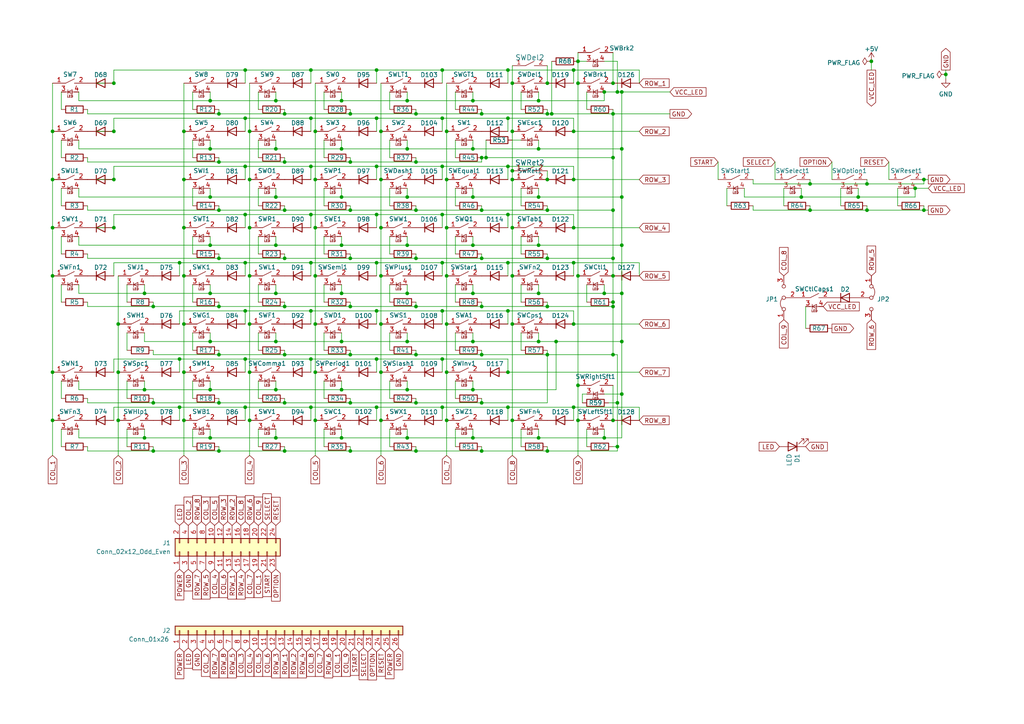
<source format=kicad_sch>
(kicad_sch (version 20211123) (generator eeschema)
  (paper "A4")
  (title_block (title "Le Clavier XE") (date "2022-11-20") (rev "10") (company "Decent Consulting"))
  (junction (at 158.75 102.87))
  (junction (at 128.27 48.26))
  (junction (at 63.5 88.9))
  (junction (at 99.06 113.03))
  (junction (at 82.55 60.96))
  (junction (at 80.01 113.03))
  (junction (at 267.97 52.07))
  (junction (at 60.96 57.15))
  (junction (at 158.75 24.13))
  (junction (at 110.49 93.98))
  (junction (at 91.44 38.1))
  (junction (at 72.39 107.95))
  (junction (at 118.11 85.09))
  (junction (at 177.8 88.9))
  (junction (at 156.21 85.09))
  (junction (at 60.96 71.12))
  (junction (at 99.06 57.15))
  (junction (at 90.17 62.23))
  (junction (at 110.49 66.04))
  (junction (at 63.5 130.81))
  (junction (at 148.59 121.92))
  (junction (at 80.01 85.09))
  (junction (at 109.22 48.26))
  (junction (at 99.06 127))
  (junction (at 118.11 113.03))
  (junction (at 267.97 60.96))
  (junction (at 252.73 17.78))
  (junction (at 129.54 38.1))
  (junction (at 180.34 114.3))
  (junction (at 101.6 33.02))
  (junction (at 147.32 118.11))
  (junction (at 129.54 121.92))
  (junction (at 167.64 17.78))
  (junction (at 101.6 116.84))
  (junction (at 53.34 80.01))
  (junction (at 101.6 74.93))
  (junction (at 109.22 76.2))
  (junction (at 101.6 102.87))
  (junction (at 139.7 74.93))
  (junction (at 129.54 80.01))
  (junction (at 110.49 107.95))
  (junction (at 156.21 71.12))
  (junction (at 52.07 104.14))
  (junction (at 109.22 90.17))
  (junction (at 139.7 116.84))
  (junction (at 15.24 52.07))
  (junction (at 41.91 113.03))
  (junction (at 118.11 99.06))
  (junction (at 156.21 57.15))
  (junction (at 44.45 116.84))
  (junction (at 177.8 74.93))
  (junction (at 109.22 104.14))
  (junction (at 44.45 88.9))
  (junction (at 158.75 52.07))
  (junction (at 251.46 53.34))
  (junction (at 72.39 121.92))
  (junction (at 101.6 88.9))
  (junction (at 53.34 38.1))
  (junction (at 82.55 74.93))
  (junction (at 60.96 43.18))
  (junction (at 180.34 71.12))
  (junction (at 156.21 127))
  (junction (at 91.44 80.01))
  (junction (at 147.32 34.29))
  (junction (at 167.64 24.13))
  (junction (at 91.44 66.04))
  (junction (at 80.01 57.15))
  (junction (at 129.54 66.04))
  (junction (at 110.49 38.1))
  (junction (at 53.34 107.95))
  (junction (at 52.07 76.2))
  (junction (at 166.37 20.32))
  (junction (at 82.55 116.84))
  (junction (at 72.39 38.1))
  (junction (at 166.37 52.07))
  (junction (at 120.65 46.99))
  (junction (at 90.17 76.2))
  (junction (at 167.64 121.92))
  (junction (at 167.64 111.76))
  (junction (at 82.55 88.9))
  (junction (at 177.8 80.01))
  (junction (at 33.02 66.04))
  (junction (at 177.8 60.96))
  (junction (at 248.92 57.15))
  (junction (at 139.7 88.9))
  (junction (at 166.37 76.2))
  (junction (at 129.54 52.07))
  (junction (at 53.34 93.98))
  (junction (at 90.17 118.11))
  (junction (at 71.12 48.26))
  (junction (at 109.22 20.32))
  (junction (at 148.59 80.01))
  (junction (at 158.75 130.81))
  (junction (at 110.49 52.07))
  (junction (at 33.02 52.07))
  (junction (at 148.59 52.07))
  (junction (at 180.34 99.06))
  (junction (at 71.12 76.2))
  (junction (at 34.29 93.98))
  (junction (at 71.12 62.23))
  (junction (at 63.5 33.02))
  (junction (at 180.34 85.09))
  (junction (at 177.8 24.13))
  (junction (at 120.65 102.87))
  (junction (at 60.96 85.09))
  (junction (at 128.27 34.29))
  (junction (at 156.21 99.06))
  (junction (at 177.8 87.63))
  (junction (at 120.65 130.81))
  (junction (at 148.59 38.1))
  (junction (at 99.06 99.06))
  (junction (at 166.37 118.11))
  (junction (at 175.26 26.67))
  (junction (at 15.24 121.92))
  (junction (at 82.55 102.87))
  (junction (at 63.5 46.99))
  (junction (at 158.75 88.9))
  (junction (at 147.32 20.32))
  (junction (at 101.6 46.99))
  (junction (at 63.5 74.93))
  (junction (at 139.7 45.72))
  (junction (at 175.26 127))
  (junction (at 137.16 57.15))
  (junction (at 71.12 90.17))
  (junction (at 63.5 116.84))
  (junction (at 60.96 113.03))
  (junction (at 118.11 43.18))
  (junction (at 118.11 71.12))
  (junction (at 82.55 46.99))
  (junction (at 60.96 29.21))
  (junction (at 137.16 127))
  (junction (at 52.07 118.11))
  (junction (at 177.8 121.92))
  (junction (at 91.44 107.95))
  (junction (at 139.7 33.02))
  (junction (at 161.29 99.06))
  (junction (at 177.8 33.02))
  (junction (at 60.96 127))
  (junction (at 80.01 99.06))
  (junction (at 60.96 99.06))
  (junction (at 120.65 116.84))
  (junction (at 71.12 34.29))
  (junction (at 179.07 26.67))
  (junction (at 177.8 45.72))
  (junction (at 139.7 60.96))
  (junction (at 179.07 116.84))
  (junction (at 15.24 80.01))
  (junction (at 72.39 52.07))
  (junction (at 128.27 104.14))
  (junction (at 147.32 107.95))
  (junction (at 99.06 85.09))
  (junction (at 177.8 102.87))
  (junction (at 71.12 118.11))
  (junction (at 148.59 24.13))
  (junction (at 158.75 60.96))
  (junction (at 101.6 60.96))
  (junction (at 128.27 62.23))
  (junction (at 148.59 66.04))
  (junction (at 129.54 93.98))
  (junction (at 274.32 21.59))
  (junction (at 156.21 43.18))
  (junction (at 99.06 71.12))
  (junction (at 137.16 85.09))
  (junction (at 34.29 121.92))
  (junction (at 129.54 107.95))
  (junction (at 33.02 24.13))
  (junction (at 110.49 121.92))
  (junction (at 128.27 20.32))
  (junction (at 90.17 20.32))
  (junction (at 109.22 62.23))
  (junction (at 156.21 29.21))
  (junction (at 41.91 85.09))
  (junction (at 110.49 80.01))
  (junction (at 15.24 107.95))
  (junction (at 72.39 66.04))
  (junction (at 109.22 118.11))
  (junction (at 53.34 121.92))
  (junction (at 90.17 48.26))
  (junction (at 90.17 34.29))
  (junction (at 180.34 43.18))
  (junction (at 147.32 48.26))
  (junction (at 179.07 129.54))
  (junction (at 139.7 130.81))
  (junction (at 72.39 80.01))
  (junction (at 82.55 33.02))
  (junction (at 63.5 102.87))
  (junction (at 139.7 102.87))
  (junction (at 80.01 127))
  (junction (at 99.06 29.21))
  (junction (at 180.34 57.15))
  (junction (at 137.16 99.06))
  (junction (at 148.59 93.98))
  (junction (at 118.11 57.15))
  (junction (at 147.32 76.2))
  (junction (at 166.37 66.04))
  (junction (at 118.11 29.21))
  (junction (at 53.34 66.04))
  (junction (at 80.01 43.18))
  (junction (at 33.02 38.1))
  (junction (at 71.12 104.14))
  (junction (at 120.65 60.96))
  (junction (at 148.59 49.53))
  (junction (at 166.37 93.98))
  (junction (at 158.75 33.02))
  (junction (at 82.55 130.81))
  (junction (at 44.45 130.81))
  (junction (at 99.06 43.18))
  (junction (at 63.5 60.96))
  (junction (at 175.26 85.09))
  (junction (at 90.17 90.17))
  (junction (at 251.46 60.96))
  (junction (at 15.24 38.1))
  (junction (at 120.65 74.93))
  (junction (at 91.44 93.98))
  (junction (at 158.75 74.93))
  (junction (at 128.27 90.17))
  (junction (at 180.34 26.67))
  (junction (at 265.43 54.61))
  (junction (at 160.02 33.02))
  (junction (at 167.64 80.01))
  (junction (at 80.01 71.12))
  (junction (at 137.16 71.12))
  (junction (at 137.16 29.21))
  (junction (at 147.32 62.23))
  (junction (at 91.44 121.92))
  (junction (at 166.37 38.1))
  (junction (at 120.65 33.02))
  (junction (at 147.32 90.17))
  (junction (at 101.6 130.81))
  (junction (at 120.65 88.9))
  (junction (at 234.95 60.96))
  (junction (at 140.97 45.72))
  (junction (at 232.41 57.15))
  (junction (at 128.27 76.2))
  (junction (at 234.95 53.34))
  (junction (at 80.01 29.21))
  (junction (at 109.22 34.29))
  (junction (at 71.12 20.32))
  (junction (at 15.24 66.04))
  (junction (at 137.16 113.03))
  (junction (at 90.17 104.14))
  (junction (at 34.29 107.95))
  (junction (at 41.91 127))
  (junction (at 91.44 52.07))
  (junction (at 53.34 52.07))
  (junction (at 118.11 127))
  (junction (at 128.27 118.11))
  (junction (at 72.39 93.98))
  (junction (at 137.16 43.18))
  (wire (pts (xy 99.06 127) (xy 99.06 124.46)))
  (wire (pts (xy 139.7 101.6) (xy 139.7 102.87)))
  (wire (pts (xy 137.16 57.15) (xy 137.16 54.61)))
  (wire (pts (xy 158.75 129.54) (xy 158.75 130.81)))
  (wire (pts (xy 166.37 118.11) (xy 166.37 121.92)))
  (wire (pts (xy 101.6 60.96) (xy 101.6 59.69)))
  (wire (pts (xy 167.64 17.78) (xy 170.18 17.78)))
  (wire (pts (xy 71.12 90.17) (xy 71.12 93.98)))
  (wire (pts (xy 60.96 127) (xy 41.91 127)))
  (wire (pts (xy 109.22 90.17) (xy 109.22 93.98)))
  (wire (pts (xy 90.17 62.23) (xy 90.17 66.04)))
  (wire (pts (xy 148.59 80.01) (xy 148.59 93.98)))
  (wire (pts (xy 22.86 71.12) (xy 22.86 68.58)))
  (wire (pts (xy 260.35 54.61) (xy 260.35 59.69)))
  (wire (pts (xy 137.16 43.18) (xy 156.21 43.18)))
  (wire (pts (xy 93.98 40.64) (xy 93.98 45.72)))
  (wire (pts (xy 90.17 20.32) (xy 109.22 20.32)))
  (wire (pts (xy 167.64 121.92) (xy 167.64 132.08)))
  (wire (pts (xy 60.96 29.21) (xy 60.96 26.67)))
  (wire (pts (xy 118.11 85.09) (xy 99.06 85.09)))
  (wire (pts (xy 60.96 43.18) (xy 60.96 40.64)))
  (wire (pts (xy 91.44 121.92) (xy 91.44 132.08)))
  (wire (pts (xy 147.32 118.11) (xy 166.37 118.11)))
  (wire (pts (xy 52.07 104.14) (xy 52.07 107.95)))
  (wire (pts (xy 118.11 82.55) (xy 118.11 85.09)))
  (wire (pts (xy 22.86 85.09) (xy 22.86 82.55)))
  (wire (pts (xy 180.34 57.15) (xy 156.21 57.15)))
  (wire (pts (xy 41.91 99.06) (xy 41.91 96.52)))
  (wire (pts (xy 179.07 26.67) (xy 175.26 26.67)))
  (wire (pts (xy 63.5 130.81) (xy 63.5 129.54)))
  (wire (pts (xy 71.12 76.2) (xy 90.17 76.2)))
  (wire (pts (xy 34.29 121.92) (xy 34.29 132.08)))
  (wire (pts (xy 180.34 85.09) (xy 180.34 99.06)))
  (wire (pts (xy 179.07 116.84) (xy 179.07 102.87)))
  (wire (pts (xy 25.4 60.96) (xy 63.5 60.96)))
  (wire (pts (xy 71.12 20.32) (xy 90.17 20.32)))
  (wire (pts (xy 60.96 57.15) (xy 22.86 57.15)))
  (wire (pts (xy 63.5 88.9) (xy 44.45 88.9)))
  (wire (pts (xy 118.11 85.09) (xy 137.16 85.09)))
  (wire (pts (xy 148.59 24.13) (xy 148.59 38.1)))
  (wire (pts (xy 52.07 76.2) (xy 52.07 80.01)))
  (wire (pts (xy 120.65 115.57) (xy 120.65 116.84)))
  (wire (pts (xy 80.01 57.15) (xy 60.96 57.15)))
  (wire (pts (xy 33.02 80.01) (xy 33.02 76.2)))
  (wire (pts (xy 22.86 43.18) (xy 22.86 40.64)))
  (wire (pts (xy 99.06 29.21) (xy 99.06 26.67)))
  (wire (pts (xy 90.17 90.17) (xy 109.22 90.17)))
  (wire (pts (xy 82.55 102.87) (xy 82.55 101.6)))
  (wire (pts (xy 139.7 60.96) (xy 158.75 60.96)))
  (wire (pts (xy 41.91 113.03) (xy 22.86 113.03)))
  (wire (pts (xy 179.07 17.78) (xy 175.26 17.78)))
  (wire (pts (xy 148.59 66.04) (xy 148.59 80.01)))
  (wire (pts (xy 147.32 20.32) (xy 166.37 20.32)))
  (wire (pts (xy 33.02 52.07) (xy 33.02 48.26)))
  (wire (pts (xy 185.42 118.11) (xy 185.42 121.92)))
  (wire (pts (xy 27.94 52.07) (xy 33.02 52.07)))
  (wire (pts (xy 234.95 53.34) (xy 251.46 53.34)))
  (wire (pts (xy 147.32 118.11) (xy 147.32 121.92)))
  (wire (pts (xy 139.7 46.99) (xy 139.7 45.72)))
  (wire (pts (xy 99.06 43.18) (xy 99.06 40.64)))
  (wire (pts (xy 55.88 26.67) (xy 55.88 31.75)))
  (wire (pts (xy 101.6 33.02) (xy 120.65 33.02)))
  (wire (pts (xy 118.11 29.21) (xy 118.11 26.67)))
  (wire (pts (xy 71.12 90.17) (xy 90.17 90.17)))
  (wire (pts (xy 22.86 127) (xy 22.86 124.46)))
  (wire (pts (xy 72.39 24.13) (xy 72.39 38.1)))
  (wire (pts (xy 274.32 20.32) (xy 274.32 21.59)))
  (wire (pts (xy 118.11 71.12) (xy 137.16 71.12)))
  (wire (pts (xy 120.65 33.02) (xy 139.7 33.02)))
  (wire (pts (xy 120.65 31.75) (xy 120.65 33.02)))
  (wire (pts (xy 71.12 62.23) (xy 71.12 66.04)))
  (wire (pts (xy 63.5 33.02) (xy 25.4 33.02)))
  (wire (pts (xy 156.21 124.46) (xy 156.21 127)))
  (wire (pts (xy 80.01 43.18) (xy 60.96 43.18)))
  (wire (pts (xy 93.98 54.61) (xy 93.98 59.69)))
  (wire (pts (xy 137.16 110.49) (xy 137.16 113.03)))
  (wire (pts (xy 71.12 34.29) (xy 71.12 38.1)))
  (wire (pts (xy 93.98 96.52) (xy 93.98 101.6)))
  (wire (pts (xy 132.08 68.58) (xy 132.08 73.66)))
  (wire (pts (xy 128.27 48.26) (xy 128.27 52.07)))
  (wire (pts (xy 167.64 80.01) (xy 167.64 111.76)))
  (wire (pts (xy 129.54 52.07) (xy 129.54 66.04)))
  (wire (pts (xy 166.37 76.2) (xy 185.42 76.2)))
  (wire (pts (xy 55.88 40.64) (xy 55.88 45.72)))
  (wire (pts (xy 158.75 74.93) (xy 177.8 74.93)))
  (wire (pts (xy 74.93 54.61) (xy 74.93 59.69)))
  (wire (pts (xy 139.7 33.02) (xy 158.75 33.02)))
  (wire (pts (xy 128.27 76.2) (xy 128.27 80.01)))
  (wire (pts (xy 33.02 34.29) (xy 71.12 34.29)))
  (wire (pts (xy 166.37 90.17) (xy 166.37 93.98)))
  (wire (pts (xy 137.16 71.12) (xy 137.16 68.58)))
  (wire (pts (xy 74.93 26.67) (xy 74.93 31.75)))
  (wire (pts (xy 166.37 20.32) (xy 185.42 20.32)))
  (wire (pts (xy 257.81 46.99) (xy 257.81 52.07)))
  (wire (pts (xy 218.44 53.34) (xy 234.95 53.34)))
  (wire (pts (xy 34.29 107.95) (xy 34.29 121.92)))
  (wire (pts (xy 120.65 102.87) (xy 139.7 102.87)))
  (wire (pts (xy 140.97 45.72) (xy 177.8 45.72)))
  (wire (pts (xy 161.29 113.03) (xy 161.29 99.06)))
  (wire (pts (xy 156.21 127) (xy 175.26 127)))
  (wire (pts (xy 99.06 71.12) (xy 80.01 71.12)))
  (wire (pts (xy 137.16 57.15) (xy 118.11 57.15)))
  (wire (pts (xy 27.94 38.1) (xy 33.02 38.1)))
  (wire (pts (xy 60.96 113.03) (xy 41.91 113.03)))
  (wire (pts (xy 63.5 60.96) (xy 63.5 59.69)))
  (wire (pts (xy 156.21 29.21) (xy 156.21 26.67)))
  (wire (pts (xy 180.34 71.12) (xy 156.21 71.12)))
  (wire (pts (xy 137.16 43.18) (xy 118.11 43.18)))
  (wire (pts (xy 60.96 57.15) (xy 60.96 54.61)))
  (wire (pts (xy 179.07 17.78) (xy 179.07 26.67)))
  (wire (pts (xy 139.7 130.81) (xy 120.65 130.81)))
  (wire (pts (xy 90.17 104.14) (xy 90.17 107.95)))
  (wire (pts (xy 82.55 130.81) (xy 82.55 129.54)))
  (wire (pts (xy 158.75 19.05) (xy 158.75 24.13)))
  (wire (pts (xy 158.75 60.96) (xy 158.75 59.69)))
  (wire (pts (xy 15.24 107.95) (xy 15.24 121.92)))
  (wire (pts (xy 25.4 33.02) (xy 25.4 31.75)))
  (wire (pts (xy 63.5 46.99) (xy 63.5 45.72)))
  (wire (pts (xy 52.07 118.11) (xy 71.12 118.11)))
  (wire (pts (xy 53.34 93.98) (xy 53.34 107.95)))
  (wire (pts (xy 63.5 102.87) (xy 44.45 102.87)))
  (wire (pts (xy 158.75 33.02) (xy 160.02 33.02)))
  (wire (pts (xy 140.97 40.64) (xy 140.97 45.72)))
  (wire (pts (xy 166.37 93.98) (xy 185.42 93.98)))
  (wire (pts (xy 15.24 38.1) (xy 15.24 52.07)))
  (wire (pts (xy 267.97 59.69) (xy 267.97 60.96)))
  (wire (pts (xy 147.32 76.2) (xy 166.37 76.2)))
  (wire (pts (xy 158.75 102.87) (xy 158.75 116.84)))
  (wire (pts (xy 71.12 62.23) (xy 90.17 62.23)))
  (wire (pts (xy 99.06 85.09) (xy 80.01 85.09)))
  (wire (pts (xy 110.49 93.98) (xy 110.49 107.95)))
  (wire (pts (xy 90.17 20.32) (xy 90.17 24.13)))
  (wire (pts (xy 33.02 66.04) (xy 33.02 62.23)))
  (wire (pts (xy 109.22 48.26) (xy 128.27 48.26)))
  (wire (pts (xy 41.91 127) (xy 22.86 127)))
  (wire (pts (xy 132.08 124.46) (xy 132.08 129.54)))
  (wire (pts (xy 93.98 110.49) (xy 93.98 115.57)))
  (wire (pts (xy 137.16 96.52) (xy 137.16 99.06)))
  (wire (pts (xy 132.08 82.55) (xy 132.08 87.63)))
  (wire (pts (xy 80.01 29.21) (xy 80.01 26.67)))
  (wire (pts (xy 251.46 53.34) (xy 251.46 52.07)))
  (wire (pts (xy 60.96 85.09) (xy 41.91 85.09)))
  (wire (pts (xy 120.65 74.93) (xy 139.7 74.93)))
  (wire (pts (xy 148.59 38.1) (xy 148.59 49.53)))
  (wire (pts (xy 147.32 48.26) (xy 147.32 52.07)))
  (wire (pts (xy 99.06 113.03) (xy 80.01 113.03)))
  (wire (pts (xy 129.54 121.92) (xy 129.54 132.08)))
  (wire (pts (xy 118.11 57.15) (xy 118.11 54.61)))
  (wire (pts (xy 91.44 38.1) (xy 91.44 52.07)))
  (wire (pts (xy 180.34 26.67) (xy 180.34 43.18)))
  (wire (pts (xy 60.96 71.12) (xy 60.96 68.58)))
  (wire (pts (xy 60.96 99.06) (xy 60.96 96.52)))
  (wire (pts (xy 128.27 20.32) (xy 128.27 24.13)))
  (wire (pts (xy 175.26 29.21) (xy 156.21 29.21)))
  (wire (pts (xy 82.55 45.72) (xy 82.55 46.99)))
  (wire (pts (xy 180.34 71.12) (xy 180.34 85.09)))
  (wire (pts (xy 151.13 68.58) (xy 151.13 73.66)))
  (wire (pts (xy 113.03 68.58) (xy 113.03 73.66)))
  (wire (pts (xy 63.5 116.84) (xy 44.45 116.84)))
  (wire (pts (xy 128.27 118.11) (xy 128.27 121.92)))
  (wire (pts (xy 60.96 71.12) (xy 22.86 71.12)))
  (wire (pts (xy 41.91 127) (xy 41.91 124.46)))
  (wire (pts (xy 129.54 66.04) (xy 129.54 80.01)))
  (wire (pts (xy 166.37 52.07) (xy 185.42 52.07)))
  (wire (pts (xy 156.21 43.18) (xy 156.21 40.64)))
  (wire (pts (xy 90.17 104.14) (xy 109.22 104.14)))
  (wire (pts (xy 120.65 73.66) (xy 120.65 74.93)))
  (wire (pts (xy 166.37 48.26) (xy 166.37 52.07)))
  (wire (pts (xy 137.16 99.06) (xy 156.21 99.06)))
  (wire (pts (xy 118.11 127) (xy 99.06 127)))
  (wire (pts (xy 80.01 127) (xy 60.96 127)))
  (wire (pts (xy 25.4 130.81) (xy 25.4 129.54)))
  (wire (pts (xy 156.21 85.09) (xy 175.26 85.09)))
  (wire (pts (xy 158.75 102.87) (xy 158.75 101.6)))
  (wire (pts (xy 118.11 43.18) (xy 99.06 43.18)))
  (wire (pts (xy 101.6 74.93) (xy 101.6 73.66)))
  (wire (pts (xy 15.24 80.01) (xy 15.24 107.95)))
  (wire (pts (xy 90.17 90.17) (xy 90.17 93.98)))
  (wire (pts (xy 44.45 88.9) (xy 44.45 87.63)))
  (wire (pts (xy 99.06 113.03) (xy 99.06 110.49)))
  (wire (pts (xy 137.16 40.64) (xy 137.16 43.18)))
  (wire (pts (xy 53.34 66.04) (xy 53.34 80.01)))
  (wire (pts (xy 91.44 52.07) (xy 91.44 66.04)))
  (wire (pts (xy 109.22 76.2) (xy 109.22 80.01)))
  (wire (pts (xy 63.5 33.02) (xy 63.5 31.75)))
  (wire (pts (xy 137.16 113.03) (xy 161.29 113.03)))
  (wire (pts (xy 120.65 102.87) (xy 101.6 102.87)))
  (wire (pts (xy 91.44 107.95) (xy 91.44 121.92)))
  (wire (pts (xy 33.02 48.26) (xy 71.12 48.26)))
  (wire (pts (xy 137.16 71.12) (xy 156.21 71.12)))
  (wire (pts (xy 147.32 90.17) (xy 147.32 93.98)))
  (wire (pts (xy 74.93 82.55) (xy 74.93 87.63)))
  (wire (pts (xy 25.4 46.99) (xy 25.4 45.72)))
  (wire (pts (xy 132.08 96.52) (xy 132.08 101.6)))
  (wire (pts (xy 17.78 82.55) (xy 17.78 87.63)))
  (wire (pts (xy 129.54 80.01) (xy 129.54 93.98)))
  (wire (pts (xy 101.6 46.99) (xy 101.6 45.72)))
  (wire (pts (xy 109.22 90.17) (xy 128.27 90.17)))
  (wire (pts (xy 166.37 62.23) (xy 166.37 66.04)))
  (wire (pts (xy 90.17 76.2) (xy 90.17 80.01)))
  (wire (pts (xy 82.55 130.81) (xy 63.5 130.81)))
  (wire (pts (xy 113.03 110.49) (xy 113.03 115.57)))
  (wire (pts (xy 180.34 127) (xy 175.26 127)))
  (wire (pts (xy 139.7 102.87) (xy 158.75 102.87)))
  (wire (pts (xy 74.93 96.52) (xy 74.93 101.6)))
  (wire (pts (xy 118.11 71.12) (xy 99.06 71.12)))
  (wire (pts (xy 148.59 121.92) (xy 148.59 132.08)))
  (wire (pts (xy 27.94 66.04) (xy 33.02 66.04)))
  (wire (pts (xy 82.55 88.9) (xy 63.5 88.9)))
  (wire (pts (xy 44.45 130.81) (xy 25.4 130.81)))
  (wire (pts (xy 82.55 116.84) (xy 82.55 115.57)))
  (wire (pts (xy 99.06 99.06) (xy 99.06 96.52)))
  (wire (pts (xy 215.9 54.61) (xy 215.9 57.15)))
  (wire (pts (xy 166.37 66.04) (xy 185.42 66.04)))
  (wire (pts (xy 90.17 34.29) (xy 109.22 34.29)))
  (wire (pts (xy 99.06 85.09) (xy 99.06 82.55)))
  (wire (pts (xy 180.34 57.15) (xy 180.34 71.12)))
  (wire (pts (xy 128.27 90.17) (xy 147.32 90.17)))
  (wire (pts (xy 15.24 52.07) (xy 15.24 66.04)))
  (wire (pts (xy 177.8 88.9) (xy 177.8 87.63)))
  (wire (pts (xy 101.6 88.9) (xy 101.6 87.63)))
  (wire (pts (xy 265.43 54.61) (xy 269.24 54.61)))
  (wire (pts (xy 137.16 127) (xy 137.16 124.46)))
  (wire (pts (xy 53.34 121.92) (xy 53.34 132.08)))
  (wire (pts (xy 210.82 54.61) (xy 210.82 59.69)))
  (wire (pts (xy 180.34 26.67) (xy 194.31 26.67)))
  (wire (pts (xy 101.6 130.81) (xy 82.55 130.81)))
  (wire (pts (xy 158.75 130.81) (xy 139.7 130.81)))
  (wire (pts (xy 27.94 24.13) (xy 33.02 24.13)))
  (wire (pts (xy 71.12 104.14) (xy 71.12 107.95)))
  (wire (pts (xy 33.02 121.92) (xy 33.02 118.11)))
  (wire (pts (xy 170.18 114.3) (xy 168.91 114.3)))
  (wire (pts (xy 82.55 60.96) (xy 101.6 60.96)))
  (wire (pts (xy 36.83 96.52) (xy 36.83 101.6)))
  (wire (pts (xy 241.3 46.99) (xy 241.3 52.07)))
  (wire (pts (xy 128.27 118.11) (xy 147.32 118.11)))
  (wire (pts (xy 118.11 99.06) (xy 99.06 99.06)))
  (wire (pts (xy 53.34 24.13) (xy 53.34 38.1)))
  (wire (pts (xy 72.39 93.98) (xy 72.39 107.95)))
  (wire (pts (xy 63.5 130.81) (xy 44.45 130.81)))
  (wire (pts (xy 52.07 93.98) (xy 52.07 90.17)))
  (wire (pts (xy 15.24 66.04) (xy 15.24 80.01)))
  (wire (pts (xy 82.55 74.93) (xy 82.55 73.66)))
  (wire (pts (xy 90.17 62.23) (xy 109.22 62.23)))
  (wire (pts (xy 109.22 20.32) (xy 109.22 24.13)))
  (wire (pts (xy 234.95 60.96) (xy 234.95 59.69)))
  (wire (pts (xy 168.91 114.3) (xy 168.91 116.84)))
  (wire (pts (xy 118.11 127) (xy 118.11 124.46)))
  (wire (pts (xy 128.27 104.14) (xy 128.27 107.95)))
  (wire (pts (xy 170.18 26.67) (xy 170.18 31.75)))
  (wire (pts (xy 71.12 20.32) (xy 71.12 24.13)))
  (wire (pts (xy 74.93 110.49) (xy 74.93 115.57)))
  (wire (pts (xy 128.27 104.14) (xy 147.32 104.14)))
  (wire (pts (xy 36.83 124.46) (xy 36.83 129.54)))
  (wire (pts (xy 118.11 57.15) (xy 99.06 57.15)))
  (wire (pts (xy 74.93 40.64) (xy 74.93 45.72)))
  (wire (pts (xy 139.7 45.72) (xy 140.97 45.72)))
  (wire (pts (xy 110.49 66.04) (xy 110.49 80.01)))
  (wire (pts (xy 25.4 116.84) (xy 25.4 115.57)))
  (wire (pts (xy 55.88 68.58) (xy 55.88 73.66)))
  (wire (pts (xy 15.24 121.92) (xy 15.24 132.08)))
  (wire (pts (xy 99.06 127) (xy 80.01 127)))
  (wire (pts (xy 72.39 66.04) (xy 72.39 80.01)))
  (wire (pts (xy 93.98 82.55) (xy 93.98 87.63)))
  (wire (pts (xy 113.03 96.52) (xy 113.03 101.6)))
  (wire (pts (xy 22.86 29.21) (xy 22.86 26.67)))
  (wire (pts (xy 139.7 115.57) (xy 139.7 116.84)))
  (wire (pts (xy 17.78 110.49) (xy 17.78 115.57)))
  (wire (pts (xy 113.03 26.67) (xy 113.03 31.75)))
  (wire (pts (xy 33.02 20.32) (xy 71.12 20.32)))
  (wire (pts (xy 120.65 74.93) (xy 101.6 74.93)))
  (wire (pts (xy 55.88 110.49) (xy 55.88 115.57)))
  (wire (pts (xy 60.96 127) (xy 60.96 124.46)))
  (wire (pts (xy 110.49 121.92) (xy 110.49 132.08)))
  (wire (pts (xy 55.88 124.46) (xy 55.88 129.54)))
  (wire (pts (xy 72.39 121.92) (xy 72.39 132.08)))
  (wire (pts (xy 156.21 127) (xy 137.16 127)))
  (wire (pts (xy 82.55 74.93) (xy 63.5 74.93)))
  (wire (pts (xy 80.01 71.12) (xy 80.01 68.58)))
  (wire (pts (xy 147.32 34.29) (xy 147.32 38.1)))
  (wire (pts (xy 176.53 116.84) (xy 179.07 116.84)))
  (wire (pts (xy 109.22 48.26) (xy 109.22 52.07)))
  (wire (pts (xy 120.65 130.81) (xy 101.6 130.81)))
  (wire (pts (xy 158.75 49.53) (xy 158.75 52.07)))
  (wire (pts (xy 167.64 24.13) (xy 167.64 80.01)))
  (wire (pts (xy 17.78 124.46) (xy 17.78 129.54)))
  (wire (pts (xy 44.45 116.84) (xy 44.45 115.57)))
  (wire (pts (xy 170.18 124.46) (xy 170.18 129.54)))
  (wire (pts (xy 118.11 96.52) (xy 118.11 99.06)))
  (wire (pts (xy 132.08 54.61) (xy 132.08 59.69)))
  (wire (pts (xy 265.43 57.15) (xy 265.43 54.61)))
  (wire (pts (xy 110.49 52.07) (xy 110.49 66.04)))
  (wire (pts (xy 185.42 107.95) (xy 147.32 107.95)))
  (wire (pts (xy 132.08 26.67) (xy 132.08 31.75)))
  (wire (pts (xy 137.16 29.21) (xy 137.16 26.67)))
  (wire (pts (xy 151.13 82.55) (xy 151.13 87.63)))
  (wire (pts (xy 175.26 26.67) (xy 175.26 29.21)))
  (wire (pts (xy 158.75 74.93) (xy 158.75 73.66)))
  (wire (pts (xy 139.7 116.84) (xy 158.75 116.84)))
  (wire (pts (xy 251.46 60.96) (xy 234.95 60.96)))
  (wire (pts (xy 71.12 34.29) (xy 90.17 34.29)))
  (wire (pts (xy 148.59 93.98) (xy 148.59 121.92)))
  (wire (pts (xy 101.6 116.84) (xy 101.6 115.57)))
  (wire (pts (xy 151.13 54.61) (xy 151.13 59.69)))
  (wire (pts (xy 248.92 57.15) (xy 265.43 57.15)))
  (wire (pts (xy 118.11 29.21) (xy 99.06 29.21)))
  (wire (pts (xy 175.26 85.09) (xy 180.34 85.09)))
  (wire (pts (xy 147.32 34.29) (xy 166.37 34.29)))
  (wire (pts (xy 74.93 68.58) (xy 74.93 73.66)))
  (wire (pts (xy 120.65 116.84) (xy 139.7 116.84)))
  (wire (pts (xy 120.65 101.6) (xy 120.65 102.87)))
  (wire (pts (xy 90.17 118.11) (xy 109.22 118.11)))
  (wire (pts (xy 158.75 87.63) (xy 158.75 88.9)))
  (wire (pts (xy 99.06 99.06) (xy 80.01 99.06)))
  (wire (pts (xy 72.39 38.1) (xy 72.39 52.07)))
  (wire (pts (xy 71.12 118.11) (xy 71.12 121.92)))
  (wire (pts (xy 71.12 48.26) (xy 90.17 48.26)))
  (wire (pts (xy 99.06 29.21) (xy 80.01 29.21)))
  (wire (pts (xy 60.96 29.21) (xy 22.86 29.21)))
  (wire (pts (xy 90.17 76.2) (xy 109.22 76.2)))
  (wire (pts (xy 25.4 59.69) (xy 25.4 60.96)))
  (wire (pts (xy 25.4 88.9) (xy 25.4 87.63)))
  (wire (pts (xy 44.45 130.81) (xy 44.45 129.54)))
  (wire (pts (xy 139.7 33.02) (xy 139.7 31.75)))
  (wire (pts (xy 80.01 85.09) (xy 80.01 82.55)))
  (wire (pts (xy 118.11 68.58) (xy 118.11 71.12)))
  (wire (pts (xy 80.01 71.12) (xy 60.96 71.12)))
  (wire (pts (xy 267.97 53.34) (xy 251.46 53.34)))
  (wire (pts (xy 179.07 102.87) (xy 177.8 102.87)))
  (wire (pts (xy 93.98 26.67) (xy 93.98 31.75)))
  (wire (pts (xy 179.07 130.81) (xy 179.07 129.54)))
  (wire (pts (xy 170.18 82.55) (xy 170.18 87.63)))
  (wire (pts (xy 80.01 43.18) (xy 80.01 40.64)))
  (wire (pts (xy 120.65 116.84) (xy 101.6 116.84)))
  (wire (pts (xy 147.32 90.17) (xy 166.37 90.17)))
  (wire (pts (xy 139.7 130.81) (xy 139.7 129.54)))
  (wire (pts (xy 128.27 90.17) (xy 128.27 93.98)))
  (wire (pts (xy 80.01 127) (xy 80.01 124.46)))
  (wire (pts (xy 118.11 113.03) (xy 118.11 110.49)))
  (wire (pts (xy 63.5 74.93) (xy 63.5 73.66)))
  (wire (pts (xy 101.6 31.75) (xy 101.6 33.02)))
  (wire (pts (xy 101.6 74.93) (xy 82.55 74.93)))
  (wire (pts (xy 44.45 88.9) (xy 25.4 88.9)))
  (wire (pts (xy 110.49 80.01) (xy 110.49 93.98)))
  (wire (pts (xy 101.6 116.84) (xy 82.55 116.84)))
  (wire (pts (xy 151.13 96.52) (xy 151.13 101.6)))
  (wire (pts (xy 177.8 33.02) (xy 177.8 45.72)))
  (wire (pts (xy 156.21 57.15) (xy 137.16 57.15)))
  (wire (pts (xy 166.37 118.11) (xy 185.42 118.11)))
  (wire (pts (xy 251.46 60.96) (xy 251.46 59.69)))
  (wire (pts (xy 232.41 54.61) (xy 232.41 57.15)))
  (wire (pts (xy 234.95 52.07) (xy 234.95 53.34)))
  (wire (pts (xy 72.39 52.07) (xy 72.39 66.04)))
  (wire (pts (xy 71.12 104.14) (xy 90.17 104.14)))
  (wire (pts (xy 110.49 24.13) (xy 110.49 38.1)))
  (wire (pts (xy 33.02 76.2) (xy 52.07 76.2)))
  (wire (pts (xy 215.9 57.15) (xy 232.41 57.15)))
  (wire (pts (xy 63.5 74.93) (xy 25.4 74.93)))
  (wire (pts (xy 80.01 85.09) (xy 60.96 85.09)))
  (wire (pts (xy 101.6 102.87) (xy 101.6 101.6)))
  (wire (pts (xy 156.21 29.21) (xy 137.16 29.21)))
  (wire (pts (xy 52.07 90.17) (xy 71.12 90.17)))
  (wire (pts (xy 158.75 88.9) (xy 177.8 88.9)))
  (wire (pts (xy 180.34 99.06) (xy 161.29 99.06)))
  (wire (pts (xy 109.22 34.29) (xy 128.27 34.29)))
  (wire (pts (xy 232.41 57.15) (xy 248.92 57.15)))
  (wire (pts (xy 25.4 74.93) (xy 25.4 73.66)))
  (wire (pts (xy 90.17 48.26) (xy 109.22 48.26)))
  (wire (pts (xy 139.7 60.96) (xy 139.7 59.69)))
  (wire (pts (xy 120.65 46.99) (xy 120.65 45.72)))
  (wire (pts (xy 248.92 54.61) (xy 248.92 57.15)))
  (wire (pts (xy 82.55 102.87) (xy 63.5 102.87)))
  (wire (pts (xy 166.37 34.29) (xy 166.37 38.1)))
  (wire (pts (xy 132.08 110.49) (xy 132.08 115.57)))
  (wire (pts (xy 129.54 38.1) (xy 129.54 52.07)))
  (wire (pts (xy 33.02 38.1) (xy 33.02 34.29)))
  (wire (pts (xy 128.27 48.26) (xy 147.32 48.26)))
  (wire (pts (xy 80.01 57.15) (xy 80.01 54.61)))
  (wire (pts (xy 167.64 111.76) (xy 167.64 121.92)))
  (wire (pts (xy 82.55 33.02) (xy 63.5 33.02)))
  (wire (pts (xy 177.8 15.24) (xy 177.8 24.13)))
  (wire (pts (xy 267.97 60.96) (xy 269.24 60.96)))
  (wire (pts (xy 113.03 124.46) (xy 113.03 129.54)))
  (wire (pts (xy 113.03 82.55) (xy 113.03 87.63)))
  (wire (pts (xy 80.01 113.03) (xy 60.96 113.03)))
  (wire (pts (xy 166.37 76.2) (xy 166.37 80.01)))
  (wire (pts (xy 180.34 43.18) (xy 180.34 57.15)))
  (wire (pts (xy 177.8 129.54) (xy 179.07 129.54)))
  (wire (pts (xy 109.22 118.11) (xy 109.22 121.92)))
  (wire (pts (xy 101.6 102.87) (xy 82.55 102.87)))
  (wire (pts (xy 120.65 88.9) (xy 101.6 88.9)))
  (wire (pts (xy 44.45 116.84) (xy 25.4 116.84)))
  (wire (pts (xy 82.55 46.99) (xy 101.6 46.99)))
  (wire (pts (xy 33.02 118.11) (xy 52.07 118.11)))
  (wire (pts (xy 185.42 76.2) (xy 185.42 80.01)))
  (wire (pts (xy 139.7 74.93) (xy 158.75 74.93)))
  (wire (pts (xy 166.37 38.1) (xy 185.42 38.1)))
  (wire (pts (xy 180.34 114.3) (xy 175.26 114.3)))
  (wire (pts (xy 156.21 99.06) (xy 156.21 96.52)))
  (wire (pts (xy 91.44 93.98) (xy 91.44 107.95)))
  (wire (pts (xy 82.55 46.99) (xy 63.5 46.99)))
  (wire (pts (xy 33.02 107.95) (xy 33.02 104.14)))
  (wire (pts (xy 17.78 68.58) (xy 17.78 73.66)))
  (wire (pts (xy 147.32 76.2) (xy 147.32 80.01)))
  (wire (pts (xy 252.73 17.78) (xy 252.73 20.32)))
  (wire (pts (xy 177.8 88.9) (xy 177.8 102.87)))
  (wire (pts (xy 218.44 53.34) (xy 218.44 52.07)))
  (wire (pts (xy 128.27 76.2) (xy 147.32 76.2)))
  (wire (pts (xy 33.02 24.13) (xy 33.02 20.32)))
  (wire (pts (xy 148.59 52.07) (xy 148.59 66.04)))
  (wire (pts (xy 132.08 40.64) (xy 132.08 45.72)))
  (wire (pts (xy 137.16 127) (xy 118.11 127)))
  (wire (pts (xy 71.12 118.11) (xy 90.17 118.11)))
  (wire (pts (xy 148.59 49.53) (xy 148.59 52.07)))
  (wire (pts (xy 33.02 62.23) (xy 71.12 62.23)))
  (wire (pts (xy 101.6 33.02) (xy 82.55 33.02)))
  (wire (pts (xy 167.64 17.78) (xy 167.64 24.13)))
  (wire (pts (xy 99.06 57.15) (xy 99.06 54.61)))
  (wire (pts (xy 137.16 113.03) (xy 118.11 113.03)))
  (wire (pts (xy 22.86 113.03) (xy 22.86 110.49)))
  (wire (pts (xy 63.5 60.96) (xy 82.55 60.96)))
  (wire (pts (xy 224.79 46.99) (xy 224.79 52.07)))
  (wire (pts (xy 118.11 113.03) (xy 99.06 113.03)))
  (wire (pts (xy 147.32 20.32) (xy 147.32 24.13)))
  (wire (pts (xy 55.88 54.61) (xy 55.88 59.69)))
  (wire (pts (xy 158.75 130.81) (xy 179.07 130.81)))
  (wire (pts (xy 177.8 33.02) (xy 194.31 33.02)))
  (wire (pts (xy 99.06 43.18) (xy 80.01 43.18)))
  (wire (pts (xy 82.55 88.9) (xy 82.55 87.63)))
  (wire (pts (xy 208.28 46.99) (xy 208.28 52.07)))
  (wire (pts (xy 118.11 99.06) (xy 137.16 99.06)))
  (wire (pts (xy 33.02 104.14) (xy 52.07 104.14)))
  (wire (pts (xy 91.44 24.13) (xy 91.44 38.1)))
  (wire (pts (xy 101.6 130.81) (xy 101.6 129.54)))
  (wire (pts (xy 109.22 104.14) (xy 128.27 104.14)))
  (wire (pts (xy 161.29 99.06) (xy 156.21 99.06)))
  (wire (pts (xy 147.32 62.23) (xy 166.37 62.23)))
  (wire (pts (xy 267.97 60.96) (xy 251.46 60.96)))
  (wire (pts (xy 109.22 34.29) (xy 109.22 38.1)))
  (wire (pts (xy 137.16 82.55) (xy 137.16 85.09)))
  (wire (pts (xy 101.6 46.99) (xy 120.65 46.99)))
  (wire (pts (xy 218.44 60.96) (xy 218.44 59.69)))
  (wire (pts (xy 113.03 54.61) (xy 113.03 59.69)))
  (wire (pts (xy 63.5 88.9) (xy 63.5 87.63)))
  (wire (pts (xy 166.37 20.32) (xy 166.37 24.13)))
  (wire (pts (xy 227.33 54.61) (xy 227.33 59.69)))
  (wire (pts (xy 120.65 46.99) (xy 139.7 46.99)))
  (wire (pts (xy 91.44 66.04) (xy 91.44 80.01)))
  (wire (pts (xy 139.7 74.93) (xy 139.7 73.66)))
  (wire (pts (xy 175.26 85.09) (xy 175.26 82.55)))
  (wire (pts (xy 80.01 99.06) (xy 80.01 96.52)))
  (wire (pts (xy 15.24 24.13) (xy 15.24 38.1)))
  (wire (pts (xy 151.13 26.67) (xy 151.13 31.75)))
  (wire (pts (xy 17.78 54.61) (xy 17.78 59.69)))
  (wire (pts (xy 151.13 124.46) (xy 151.13 129.54)))
  (wire (pts (xy 139.7 87.63) (xy 139.7 88.9)))
  (wire (pts (xy 60.96 113.03) (xy 60.96 110.49)))
  (wire (pts (xy 53.34 38.1) (xy 53.34 52.07)))
  (wire (pts (xy 80.01 113.03) (xy 80.01 110.49)))
  (wire (pts (xy 243.84 54.61) (xy 243.84 59.69)))
  (wire (pts (xy 63.5 102.87) (xy 63.5 101.6)))
  (wire (pts (xy 158.75 33.02) (xy 158.75 31.75)))
  (wire (pts (xy 175.26 127) (xy 175.26 124.46)))
  (wire (pts (xy 148.59 19.05) (xy 148.59 24.13)))
  (wire (pts (xy 80.01 29.21) (xy 60.96 29.21)))
  (wire (pts (xy 36.83 82.55) (xy 36.83 87.63)))
  (wire (pts (xy 63.5 116.84) (xy 63.5 115.57)))
  (wire (pts (xy 177.8 80.01) (xy 177.8 87.63)))
  (wire (pts (xy 55.88 96.52) (xy 55.88 101.6)))
  (wire (pts (xy 147.32 48.26) (xy 166.37 48.26)))
  (wire (pts (xy 41.91 85.09) (xy 41.91 82.55)))
  (wire (pts (xy 177.8 60.96) (xy 177.8 74.93)))
  (wire (pts (xy 177.8 111.76) (xy 177.8 121.92)))
  (wire (pts (xy 120.65 130.81) (xy 120.65 129.54)))
  (wire (pts (xy 128.27 62.23) (xy 147.32 62.23)))
  (wire (pts (xy 53.34 52.07) (xy 53.34 66.04)))
  (wire (pts (xy 60.96 85.09) (xy 60.96 82.55)))
  (wire (pts (xy 177.8 45.72) (xy 177.8 60.96)))
  (wire (pts (xy 82.55 60.96) (xy 82.55 59.69)))
  (wire (pts (xy 44.45 102.87) (xy 44.45 101.6)))
  (wire (pts (xy 52.07 118.11) (xy 52.07 121.92)))
  (wire (pts (xy 55.88 82.55) (xy 55.88 87.63)))
  (wire (pts (xy 180.34 99.06) (xy 180.34 114.3)))
  (wire (pts (xy 177.8 33.02) (xy 177.8 31.75)))
  (wire (pts (xy 120.65 87.63) (xy 120.65 88.9)))
  (wire (pts (xy 120.65 60.96) (xy 139.7 60.96)))
  (wire (pts (xy 137.16 85.09) (xy 156.21 85.09)))
  (wire (pts (xy 52.07 76.2) (xy 71.12 76.2)))
  (wire (pts (xy 128.27 34.29) (xy 147.32 34.29)))
  (wire (pts (xy 71.12 76.2) (xy 71.12 80.01)))
  (wire (pts (xy 93.98 68.58) (xy 93.98 73.66)))
  (wire (pts (xy 101.6 60.96) (xy 120.65 60.96)))
  (wire (pts (xy 90.17 118.11) (xy 90.17 121.92)))
  (wire (pts (xy 41.91 85.09) (xy 22.86 85.09)))
  (wire (pts (xy 90.17 34.29) (xy 90.17 38.1)))
  (wire (pts (xy 160.02 17.78) (xy 160.02 33.02)))
  (wire (pts (xy 63.5 46.99) (xy 25.4 46.99)))
  (wire (pts (xy 93.98 124.46) (xy 93.98 129.54)))
  (wire (pts (xy 82.55 116.84) (xy 63.5 116.84)))
  (wire (pts (xy 185.42 20.32) (xy 185.42 24.13)))
  (wire (pts (xy 90.17 48.26) (xy 90.17 52.07)))
  (wire (pts (xy 113.03 40.64) (xy 113.03 45.72)))
  (wire (pts (xy 52.07 104.14) (xy 71.12 104.14)))
  (wire (pts (xy 74.93 124.46) (xy 74.93 129.54)))
  (wire (pts (xy 71.12 48.26) (xy 71.12 52.07)))
  (wire (pts (xy 17.78 40.64) (xy 17.78 45.72)))
  (wire (pts (xy 72.39 107.95) (xy 72.39 121.92)))
  (wire (pts (xy 128.27 20.32) (xy 147.32 20.32)))
  (wire (pts (xy 109.22 76.2) (xy 128.27 76.2)))
  (wire (pts (xy 137.16 29.21) (xy 118.11 29.21)))
  (wire (pts (xy 17.78 26.67) (xy 17.78 31.75)))
  (wire (pts (xy 177.8 102.87) (xy 158.75 102.87)))
  (wire (pts (xy 179.07 26.67) (xy 180.34 26.67)))
  (wire (pts (xy 267.97 52.07) (xy 267.97 53.34)))
  (wire (pts (xy 128.27 62.23) (xy 128.27 66.04)))
  (wire (pts (xy 80.01 99.06) (xy 60.96 99.06)))
  (wire (pts (xy 110.49 107.95) (xy 110.49 121.92)))
  (wire (pts (xy 156.21 57.15) (xy 156.21 54.61)))
  (wire (pts (xy 109.22 62.23) (xy 109.22 66.04)))
  (wire (pts (xy 167.64 15.24) (xy 167.64 17.78)))
  (wire (pts (xy 156.21 82.55) (xy 156.21 85.09)))
  (wire (pts (xy 156.21 71.12) (xy 156.21 68.58)))
  (wire (pts (xy 109.22 104.14) (xy 109.22 107.95)))
  (wire (pts (xy 53.34 107.95) (xy 53.34 121.92)))
  (wire (pts (xy 160.02 33.02) (xy 177.8 33.02)))
  (wire (pts (xy 267.97 52.07) (xy 269.24 52.07)))
  (wire (pts (xy 99.06 57.15) (xy 80.01 57.15)))
  (wire (pts (xy 101.6 88.9) (xy 82.55 88.9)))
  (wire (pts (xy 180.34 114.3) (xy 180.34 127)))
  (wire (pts (xy 233.68 88.9) (xy 233.68 95.25)))
  (wire (pts (xy 129.54 24.13) (xy 129.54 38.1)))
  (wire (pts (xy 60.96 43.18) (xy 22.86 43.18)))
  (wire (pts (xy 60.96 99.06) (xy 41.91 99.06)))
  (wire (pts (xy 120.65 88.9) (xy 139.7 88.9)))
  (wire (pts (xy 148.59 40.64) (xy 151.13 40.64)))
  (wire (pts (xy 34.29 93.98) (xy 34.29 107.95)))
  (wire (pts (xy 128.27 34.29) (xy 128.27 38.1)))
  (wire (pts (xy 91.44 80.01) (xy 91.44 93.98)))
  (wire (pts (xy 147.32 62.23) (xy 147.32 66.04)))
  (wire (pts (xy 41.91 113.03) (xy 41.91 110.49)))
  (wire (pts (xy 109.22 20.32) (xy 128.27 20.32)))
  (wire (pts (xy 36.83 110.49) (xy 36.83 115.57)))
  (wire (pts (xy 158.75 60.96) (xy 177.8 60.96)))
  (wire (pts (xy 120.65 60.96) (xy 120.65 59.69)))
  (wire (pts (xy 53.34 80.01) (xy 53.34 93.98)))
  (wire (pts (xy 156.21 43.18) (xy 180.34 43.18)))
  (wire (pts (xy 109.22 62.23) (xy 128.27 62.23)))
  (wire (pts (xy 274.32 21.59) (xy 274.32 22.86)))
  (wire (pts (xy 72.39 80.01) (xy 72.39 93.98)))
  (wire (pts (xy 139.7 88.9) (xy 158.75 88.9)))
  (wire (pts (xy 34.29 80.01) (xy 34.29 93.98)))
  (wire (pts (xy 179.07 129.54) (xy 179.07 116.84)))
  (wire (pts (xy 129.54 93.98) (xy 129.54 107.95)))
  (wire (pts (xy 118.11 43.18) (xy 118.11 40.64)))
  (wire (pts (xy 82.55 33.02) (xy 82.55 31.75)))
  (wire (pts (xy 129.54 107.95) (xy 129.54 121.92)))
  (wire (pts (xy 147.32 104.14) (xy 147.32 107.95)))
  (wire (pts (xy 177.8 74.93) (xy 177.8 80.01)))
  (wire (pts (xy 109.22 118.11) (xy 128.27 118.11)))
  (wire (pts (xy 99.06 71.12) (xy 99.06 68.58)))
  (wire (pts (xy 22.86 57.15) (xy 22.86 54.61)))
  (wire (pts (xy 234.95 60.96) (xy 218.44 60.96)))
  (wire (pts (xy 110.49 38.1) (xy 110.49 52.07)))
  (global_label "COL_4" (shape input) (at 62.23 165.1 270) (property "Intersheet References" "${INTERSHEET_REFS}" (effects hide)))
  (global_label "ROW_3" (shape input) (at 185.42 52.07 0) (property "Intersheet References" "${INTERSHEET_REFS}" (effects hide)))
  (global_label "ROW_1" (shape input) (at 67.31 165.1 270) (property "Intersheet References" "${INTERSHEET_REFS}" (effects hide)))
  (global_label "GND" (shape output) (at 241.3 95.25 0) (property "Intersheet References" "${INTERSHEET_REFS}" (effects hide)))
  (global_label "ROW_5" (shape input) (at 59.69 165.1 270) (property "Intersheet References" "${INTERSHEET_REFS}" (effects hide)))
  (global_label "ROW_6" (shape input) (at 72.39 152.4 90) (property "Intersheet References" "${INTERSHEET_REFS}" (effects hide)))
  (global_label "ROW_6" (shape input) (at 252.73 92.71 270) (property "Intersheet References" "${INTERSHEET_REFS}" (effects hide)))
  (global_label "ROW_2" (shape input) (at 185.42 38.1 0) (property "Intersheet References" "${INTERSHEET_REFS}" (effects hide)))
  (global_label "ROW_2" (shape input) (at 67.31 152.4 90) (property "Intersheet References" "${INTERSHEET_REFS}" (effects hide)))
  (global_label "ROW_6" (shape input) (at 185.42 93.98 0) (property "Intersheet References" "${INTERSHEET_REFS}" (effects hide)))
  (global_label "GND" (shape input) (at 54.61 165.1 270) (property "Intersheet References" "${INTERSHEET_REFS}" (effects hide)))
  (global_label "COL_8" (shape input) (at 69.85 152.4 90) (property "Intersheet References" "${INTERSHEET_REFS}" (effects hide)))
  (global_label "GND" (shape input) (at 57.15 187.96 270) (property "Intersheet References" "${INTERSHEET_REFS}" (effects hide)))
  (global_label "ROW_5" (shape input) (at 185.42 80.01 0) (property "Intersheet References" "${INTERSHEET_REFS}" (effects hide)))
  (global_label "OPTION" (shape input) (at 107.95 187.96 270) (property "Intersheet References" "${INTERSHEET_REFS}" (effects hide)))
  (global_label "COL_8" (shape input) (at 148.59 132.08 270) (property "Intersheet References" "${INTERSHEET_REFS}" (effects hide)))
  (global_label "VCC_LED" (shape input) (at 194.31 26.67 0) (property "Intersheet References" "${INTERSHEET_REFS}" (effects hide)))
  (global_label "OPTION" (shape input) (at 241.3 46.99 180) (property "Intersheet References" "${INTERSHEET_REFS}" (effects hide)))
  (global_label "GND" (shape input) (at 115.57 187.96 270) (property "Intersheet References" "${INTERSHEET_REFS}" (effects hide)))
  (global_label "COL_9" (shape input) (at 74.93 152.4 90) (property "Intersheet References" "${INTERSHEET_REFS}" (effects hide)))
  (global_label "GND" (shape input) (at 233.68 129.54 0) (property "Intersheet References" "${INTERSHEET_REFS}" (effects hide)))
  (global_label "START" (shape input) (at 102.87 187.96 270) (property "Intersheet References" "${INTERSHEET_REFS}" (effects hide)))
  (global_label "ROW_2" (shape input) (at 85.09 187.96 270) (property "Intersheet References" "${INTERSHEET_REFS}" (effects hide)))
  (global_label "START" (shape input) (at 208.28 46.99 180) (property "Intersheet References" "${INTERSHEET_REFS}" (effects hide)))
  (global_label "COL_7" (shape input) (at 129.54 132.08 270) (property "Intersheet References" "${INTERSHEET_REFS}" (effects hide)))
  (global_label "GND" (shape output) (at 269.24 60.96 0) (property "Intersheet References" "${INTERSHEET_REFS}" (effects hide)))
  (global_label "VCC_LED" (shape input) (at 238.76 88.9 0) (property "Intersheet References" "${INTERSHEET_REFS}" (effects hide)))
  (global_label "ROW_1" (shape input) (at 185.42 24.13 0) (property "Intersheet References" "${INTERSHEET_REFS}" (effects hide)))
  (global_label "COL_6" (shape input) (at 64.77 165.1 270) (property "Intersheet References" "${INTERSHEET_REFS}" (effects hide)))
  (global_label "COL_8" (shape input) (at 90.17 187.96 270) (property "Intersheet References" "${INTERSHEET_REFS}" (effects hide)))
  (global_label "ROW_5" (shape input) (at 67.31 187.96 270) (property "Intersheet References" "${INTERSHEET_REFS}" (effects hide)))
  (global_label "VCC_LED" (shape input) (at 269.24 54.61 0) (property "Intersheet References" "${INTERSHEET_REFS}" (effects hide)))
  (global_label "SELECT" (shape input) (at 105.41 187.96 270) (property "Intersheet References" "${INTERSHEET_REFS}" (effects hide)))
  (global_label "COL_2" (shape input) (at 59.69 187.96 270) (property "Intersheet References" "${INTERSHEET_REFS}" (effects hide)))
  (global_label "ROW_8" (shape input) (at 64.77 187.96 270) (property "Intersheet References" "${INTERSHEET_REFS}" (effects hide)))
  (global_label "COL_3" (shape input) (at 69.85 187.96 270) (property "Intersheet References" "${INTERSHEET_REFS}" (effects hide)))
  (global_label "OPTION" (shape input) (at 80.01 165.1 270) (property "Intersheet References" "${INTERSHEET_REFS}" (effects hide)))
  (global_label "COL_8" (shape input) (at 227.33 80.01 90) (property "Intersheet References" "${INTERSHEET_REFS}" (effects hide)))
  (global_label "ROW_7" (shape input) (at 57.15 165.1 270) (property "Intersheet References" "${INTERSHEET_REFS}" (effects hide)))
  (global_label "SELECT" (shape input) (at 77.47 152.4 90) (property "Intersheet References" "${INTERSHEET_REFS}" (effects hide)))
  (global_label "COL_5" (shape input) (at 74.93 187.96 270) (property "Intersheet References" "${INTERSHEET_REFS}" (effects hide)))
  (global_label "START" (shape input) (at 77.47 165.1 270) (property "Intersheet References" "${INTERSHEET_REFS}" (effects hide)))
  (global_label "COL_9" (shape input) (at 100.33 187.96 270) (property "Intersheet References" "${INTERSHEET_REFS}" (effects hide)))
  (global_label "COL_6" (shape input) (at 110.49 132.08 270) (property "Intersheet References" "${INTERSHEET_REFS}" (effects hide)))
  (global_label "LED" (shape input) (at 52.07 152.4 90) (property "Intersheet References" "${INTERSHEET_REFS}" (effects hide)))
  (global_label "COL_5" (shape input) (at 62.23 152.4 90) (property "Intersheet References" "${INTERSHEET_REFS}" (effects hide)))
  (global_label "ROW_5" (shape input) (at 252.73 80.01 90) (property "Intersheet References" "${INTERSHEET_REFS}" (effects hide)))
  (global_label "COL_5" (shape input) (at 91.44 132.08 270) (property "Intersheet References" "${INTERSHEET_REFS}" (effects hide)))
  (global_label "ROW_4" (shape input) (at 185.42 66.04 0) (property "Intersheet References" "${INTERSHEET_REFS}" (effects hide)))
  (global_label "ROW_6" (shape input) (at 95.25 187.96 270) (property "Intersheet References" "${INTERSHEET_REFS}" (effects hide)))
  (global_label "RESET" (shape input) (at 80.01 152.4 90) (property "Intersheet References" "${INTERSHEET_REFS}" (effects hide)))
  (global_label "COL_2" (shape input) (at 54.61 152.4 90) (property "Intersheet References" "${INTERSHEET_REFS}" (effects hide)))
  (global_label "COL_7" (shape input) (at 92.71 187.96 270) (property "Intersheet References" "${INTERSHEET_REFS}" (effects hide)))
  (global_label "ROW_1" (shape input) (at 82.55 187.96 270) (property "Intersheet References" "${INTERSHEET_REFS}" (effects hide)))
  (global_label "COL_4" (shape input) (at 72.39 132.08 270) (property "Intersheet References" "${INTERSHEET_REFS}" (effects hide)))
  (global_label "LED" (shape input) (at 226.06 129.54 180) (property "Intersheet References" "${INTERSHEET_REFS}" (effects hide)))
  (global_label "ROW_7" (shape input) (at 185.42 107.95 0) (property "Intersheet References" "${INTERSHEET_REFS}" (effects hide)))
  (global_label "ROW_3" (shape input) (at 64.77 152.4 90) (property "Intersheet References" "${INTERSHEET_REFS}" (effects hide)))
  (global_label "COL_1" (shape input) (at 15.24 132.08 270) (property "Intersheet References" "${INTERSHEET_REFS}" (effects hide)))
  (global_label "COL_3" (shape input) (at 53.34 132.08 270) (property "Intersheet References" "${INTERSHEET_REFS}" (effects hide)))
  (global_label "ROW_8" (shape input) (at 57.15 152.4 90) (property "Intersheet References" "${INTERSHEET_REFS}" (effects hide)))
  (global_label "ROW_3" (shape input) (at 80.01 187.96 270) (property "Intersheet References" "${INTERSHEET_REFS}" (effects hide)))
  (global_label "ROW_4" (shape input) (at 69.85 165.1 270) (property "Intersheet References" "${INTERSHEET_REFS}" (effects hide)))
  (global_label "COL_4" (shape input) (at 72.39 187.96 270) (property "Intersheet References" "${INTERSHEET_REFS}" (effects hide)))
  (global_label "POWER" (shape input) (at 52.07 187.96 270) (property "Intersheet References" "${INTERSHEET_REFS}" (effects hide)))
  (global_label "SELECT" (shape input) (at 224.79 46.99 180) (property "Intersheet References" "${INTERSHEET_REFS}" (effects hide)))
  (global_label "ROW_4" (shape input) (at 87.63 187.96 270) (property "Intersheet References" "${INTERSHEET_REFS}" (effects hide)))
  (global_label "COL_9" (shape input) (at 167.64 132.08 270) (property "Intersheet References" "${INTERSHEET_REFS}" (effects hide)))
  (global_label "RESET" (shape input) (at 110.49 187.96 270) (property "Intersheet References" "${INTERSHEET_REFS}" (effects hide)))
  (global_label "POWER" (shape input) (at 52.07 165.1 270) (property "Intersheet References" "${INTERSHEET_REFS}" (effects hide)))
  (global_label "GND" (shape output) (at 274.32 20.32 90) (property "Intersheet References" "${INTERSHEET_REFS}" (effects hide)))
  (global_label "LED" (shape input) (at 54.61 187.96 270) (property "Intersheet References" "${INTERSHEET_REFS}" (effects hide)))
  (global_label "GND" (shape output) (at 269.24 52.07 0) (property "Intersheet References" "${INTERSHEET_REFS}" (effects hide)))
  (global_label "COL_1" (shape input) (at 97.79 187.96 270) (property "Intersheet References" "${INTERSHEET_REFS}" (effects hide)))
  (global_label "ROW_7" (shape input) (at 62.23 187.96 270) (property "Intersheet References" "${INTERSHEET_REFS}" (effects hide)))
  (global_label "POWER" (shape input) (at 113.03 187.96 270) (property "Intersheet References" "${INTERSHEET_REFS}" (effects hide)))
  (global_label "COL_1" (shape input) (at 74.93 165.1 270) (property "Intersheet References" "${INTERSHEET_REFS}" (effects hide)))
  (global_label "COL_6" (shape input) (at 77.47 187.96 270) (property "Intersheet References" "${INTERSHEET_REFS}" (effects hide)))
  (global_label "COL_3" (shape input) (at 59.69 152.4 90) (property "Intersheet References" "${INTERSHEET_REFS}" (effects hide)))
  (global_label "ROW_8" (shape input) (at 185.42 121.92 0) (property "Intersheet References" "${INTERSHEET_REFS}" (effects hide)))
  (global_label "COL_2" (shape input) (at 34.29 132.08 270) (property "Intersheet References" "${INTERSHEET_REFS}" (effects hide)))
  (global_label "RESET" (shape input) (at 257.81 46.99 180) (property "Intersheet References" "${INTERSHEET_REFS}" (effects hide)))
  (global_label "GND" (shape output) (at 194.31 33.02 0) (property "Intersheet References" "${INTERSHEET_REFS}" (effects hide)))
  (global_label "COL_7" (shape input) (at 72.39 165.1 270) (property "Intersheet References" "${INTERSHEET_REFS}" (effects hide)))
  (global_label "COL_9" (shape input) (at 227.33 92.71 270) (property "Intersheet References" "${INTERSHEET_REFS}" (effects hide)))
  (global_label "VCC_LED" (shape output) (at 252.73 20.32 270) (property "Intersheet References" "${INTERSHEET_REFS}" (effects hide)))
  (symbol (lib_id "Device:LED") (at 229.87 129.54 180) (unit 1)
    (property "Reference" "D1" (at 231.2162 131.572 90) (effects (justify left)))
    (property "Value" "LED" (at 228.9048 131.572 90) (effects (justify left)))
    (property "Footprint" "LED_THT:LED_D3.0mm_Horizontal_O1.27mm_Z2.0mm" (effects hide))
  )
  (symbol (lib_id "Connector_Generic:Conn_02x12_Odd_Even") (at 64.77 160.02 90) (unit 1)
    (property "Reference" "J1" (at 49.53 157.48 90) (effects (justify left)))
    (property "Value" "Conn_02x12_Odd_Even" (at 49.53 160.02 90) (effects (justify left)))
    (property "Footprint" "Atari130MX:IDC-Header_2x12_P2.54mm_Vertical" (effects hide))
  )
  (symbol (lib_id "UniversalSwitchWithLED:SW_WITHLED") (at 20.32 24.13 0) (unit 1)
    (property "Reference" "SW7" (at 20.32 21.59 0))
    (property "Value" "SW_Push_45deg" (effects hide))
    (property "Footprint" "Atari130MX:MX-1U-LED" (effects hide))
  )
  (symbol (lib_id "UniversalSwitchWithLED:SW_WITHLED") (at 20.32 38.1 0) (unit 1)
    (property "Reference" "SW6" (at 20.32 35.56 0))
    (property "Value" "SW_Push_45deg" (effects hide))
    (property "Footprint" "Atari130MX:MX-1U-LED" (effects hide))
  )
  (symbol (lib_id "UniversalSwitchWithLED:SW_WITHLED") (at 20.32 52.07 0) (unit 1)
    (property "Reference" "SWU1" (at 20.32 49.53 0))
    (property "Value" "SW_Push_45deg" (effects hide))
    (property "Footprint" "Atari130MX:MX-1U-LED" (effects hide))
  )
  (symbol (lib_id "UniversalSwitchWithLED:SW_WITHLED") (at 20.32 66.04 0) (unit 1)
    (property "Reference" "SWY1" (at 20.32 63.5 0))
    (property "Value" "SW_Push_45deg" (effects hide))
    (property "Footprint" "Atari130MX:MX-1U-LED" (effects hide))
  )
  (symbol (lib_id "UniversalSwitchWithLED:SW_WITHLED") (at 39.37 80.01 0) (unit 1)
    (property "Reference" "SWJ1" (at 39.37 77.47 0))
    (property "Value" "SW_Push_45deg" (effects hide))
    (property "Footprint" "Atari130MX:MX-1U-LED" (effects hide))
  )
  (symbol (lib_id "UniversalSwitchWithLED:SW_WITHLED") (at 39.37 93.98 0) (unit 1)
    (property "Reference" "SWH1" (at 39.37 91.44 0))
    (property "Value" "SW_Push_45deg" (effects hide))
    (property "Footprint" "Atari130MX:MX-1U-LED" (effects hide))
  )
  (symbol (lib_id "UniversalSwitchWithLED:SW_WITHLED") (at 39.37 107.95 0) (unit 1)
    (property "Reference" "SWSpc1" (at 39.37 105.41 0))
    (property "Value" "SW_Push_45deg" (effects hide))
    (property "Footprint" "Atari130MX:MX-6-50U-LED" (effects hide))
  )
  (symbol (lib_id "UniversalSwitchWithLED:SW_WITHLED") (at 39.37 121.92 0) (unit 1)
    (property "Reference" "SWHlp1" (at 39.37 119.38 0))
    (property "Value" "SW_Push_45deg" (effects hide))
    (property "Footprint" "Atari130MX:MX-1-50U-Atari-Fn-LED" (effects hide))
  )
  (symbol (lib_id "UniversalSwitchWithLED:SW_WITHLED") (at 20.32 107.95 0) (unit 1)
    (property "Reference" "SWN1" (at 20.32 105.41 0))
    (property "Value" "SW_Push_45deg" (effects hide))
    (property "Footprint" "Atari130MX:MX-1U-LED" (effects hide))
  )
  (symbol (lib_id "UniversalSwitchWithLED:SW_WITHLED") (at 58.42 80.01 0) (unit 1)
    (property "Reference" "SWK1" (at 58.42 77.47 0))
    (property "Value" "SW_Push_45deg" (effects hide))
    (property "Footprint" "Atari130MX:MX-1U-LED" (effects hide))
  )
  (symbol (lib_id "UniversalSwitchWithLED:SW_WITHLED") (at 58.42 93.98 0) (unit 1)
    (property "Reference" "SWG1" (at 58.42 91.44 0))
    (property "Value" "SW_Push_45deg" (effects hide))
    (property "Footprint" "Atari130MX:MX-1U-LED" (effects hide))
  )
  (symbol (lib_id "UniversalSwitchWithLED:SW_WITHLED") (at 58.42 107.95 0) (unit 1)
    (property "Reference" "SWM1" (at 58.42 105.41 0))
    (property "Value" "SW_Push_45deg" (effects hide))
    (property "Footprint" "Atari130MX:MX-1U-LED" (effects hide))
  )
  (symbol (lib_id "UniversalSwitchWithLED:SW_WITHLED") (at 58.42 121.92 0) (unit 1)
    (property "Reference" "SWB1" (at 58.42 119.38 0))
    (property "Value" "SW_Push_45deg" (effects hide))
    (property "Footprint" "Atari130MX:MX-1U-LED" (effects hide))
  )
  (symbol (lib_id "UniversalSwitchWithLED:SW_WITHLED") (at 58.42 24.13 0) (unit 1)
    (property "Reference" "SW8" (at 58.42 21.59 0))
    (property "Value" "SW_Push_45deg" (effects hide))
    (property "Footprint" "Atari130MX:MX-1U-LED" (effects hide))
  )
  (symbol (lib_id "UniversalSwitchWithLED:SW_WITHLED") (at 58.42 38.1 0) (unit 1)
    (property "Reference" "SW5" (at 58.42 35.56 0))
    (property "Value" "SW_Push_45deg" (effects hide))
    (property "Footprint" "Atari130MX:MX-1U-LED" (effects hide))
  )
  (symbol (lib_id "UniversalSwitchWithLED:SW_WITHLED") (at 58.42 52.07 0) (unit 1)
    (property "Reference" "SWI1" (at 58.42 49.53 0))
    (property "Value" "SW_Push_45deg" (effects hide))
    (property "Footprint" "Atari130MX:MX-1U-LED" (effects hide))
  )
  (symbol (lib_id "UniversalSwitchWithLED:SW_WITHLED") (at 58.42 66.04 0) (unit 1)
    (property "Reference" "SWT1" (at 58.42 63.5 0))
    (property "Value" "SW_Push_45deg" (effects hide))
    (property "Footprint" "Atari130MX:MX-1U-LED" (effects hide))
  )
  (symbol (lib_id "UniversalSwitchWithLED:SW_WITHLED") (at 77.47 80.01 0) (unit 1)
    (property "Reference" "SWL1" (at 77.47 77.47 0))
    (property "Value" "SW_Push_45deg" (effects hide))
    (property "Footprint" "Atari130MX:MX-1U-LED" (effects hide))
  )
  (symbol (lib_id "UniversalSwitchWithLED:SW_WITHLED") (at 77.47 93.98 0) (unit 1)
    (property "Reference" "SWF1" (at 77.47 91.44 0))
    (property "Value" "SW_Push_45deg" (effects hide))
    (property "Footprint" "Atari130MX:MX-1U-LED" (effects hide))
  )
  (symbol (lib_id "UniversalSwitchWithLED:SW_WITHLED") (at 77.47 107.95 0) (unit 1)
    (property "Reference" "SWComma1" (at 77.47 105.41 0))
    (property "Value" "SW_Push_45deg" (effects hide))
    (property "Footprint" "Atari130MX:MX-1U-LED" (effects hide))
  )
  (symbol (lib_id "UniversalSwitchWithLED:SW_WITHLED") (at 77.47 121.92 0) (unit 1)
    (property "Reference" "SWV1" (at 77.47 119.38 0))
    (property "Value" "SW_Push_45deg" (effects hide))
    (property "Footprint" "Atari130MX:MX-1U-LED" (effects hide))
  )
  (symbol (lib_id "UniversalSwitchWithLED:SW_WITHLED") (at 77.47 24.13 0) (unit 1)
    (property "Reference" "SW9" (at 77.47 21.59 0))
    (property "Value" "SW_Push_45deg" (effects hide))
    (property "Footprint" "Atari130MX:MX-1U-LED" (effects hide))
  )
  (symbol (lib_id "UniversalSwitchWithLED:SW_WITHLED") (at 77.47 38.1 0) (unit 1)
    (property "Reference" "SW4" (at 77.47 35.56 0))
    (property "Value" "SW_Push_45deg" (effects hide))
    (property "Footprint" "Atari130MX:MX-1U-LED" (effects hide))
  )
  (symbol (lib_id "UniversalSwitchWithLED:SW_WITHLED") (at 77.47 52.07 0) (unit 1)
    (property "Reference" "SWO1" (at 77.47 49.53 0))
    (property "Value" "SW_Push_45deg" (effects hide))
    (property "Footprint" "Atari130MX:MX-1U-LED" (effects hide))
  )
  (symbol (lib_id "UniversalSwitchWithLED:SW_WITHLED") (at 77.47 66.04 0) (unit 1)
    (property "Reference" "SWR1" (at 77.47 63.5 0))
    (property "Value" "SW_Push_45deg" (effects hide))
    (property "Footprint" "Atari130MX:MX-1U-LED" (effects hide))
  )
  (symbol (lib_id "UniversalSwitchWithLED:SW_WITHLED") (at 96.52 80.01 0) (unit 1)
    (property "Reference" "SWSemi1" (at 96.52 77.47 0))
    (property "Value" "SW_Push_45deg" (effects hide))
    (property "Footprint" "Atari130MX:MX-1U-LED" (effects hide))
  )
  (symbol (lib_id "UniversalSwitchWithLED:SW_WITHLED") (at 96.52 93.98 0) (unit 1)
    (property "Reference" "SWD1" (at 96.52 91.44 0))
    (property "Value" "SW_Push_45deg" (effects hide))
    (property "Footprint" "Atari130MX:MX-1U-LED" (effects hide))
  )
  (symbol (lib_id "UniversalSwitchWithLED:SW_WITHLED") (at 96.52 107.95 0) (unit 1)
    (property "Reference" "SWPeriod1" (at 96.52 105.41 0))
    (property "Value" "SW_Push_45deg" (effects hide))
    (property "Footprint" "Atari130MX:MX-1U-LED" (effects hide))
  )
  (symbol (lib_id "UniversalSwitchWithLED:SW_WITHLED") (at 96.52 121.92 0) (unit 1)
    (property "Reference" "SWC1" (at 96.52 119.38 0))
    (property "Value" "SW_Push_45deg" (effects hide))
    (property "Footprint" "Atari130MX:MX-1U-LED" (effects hide))
  )
  (symbol (lib_id "UniversalSwitchWithLED:SW_WITHLED") (at 96.52 24.13 0) (unit 1)
    (property "Reference" "SW0" (at 96.52 21.59 0))
    (property "Value" "SW_Push_45deg" (effects hide))
    (property "Footprint" "Atari130MX:MX-1U-LED" (effects hide))
  )
  (symbol (lib_id "UniversalSwitchWithLED:SW_WITHLED") (at 96.52 38.1 0) (unit 1)
    (property "Reference" "SW3" (at 96.52 35.56 0))
    (property "Value" "SW_Push_45deg" (effects hide))
    (property "Footprint" "Atari130MX:MX-1U-LED" (effects hide))
  )
  (symbol (lib_id "UniversalSwitchWithLED:SW_WITHLED") (at 96.52 52.07 0) (unit 1)
    (property "Reference" "SWP1" (at 96.52 49.53 0))
    (property "Value" "SW_Push_45deg" (effects hide))
    (property "Footprint" "Atari130MX:MX-1U-LED" (effects hide))
  )
  (symbol (lib_id "UniversalSwitchWithLED:SW_WITHLED") (at 96.52 66.04 0) (unit 1)
    (property "Reference" "SWE1" (at 96.52 63.5 0))
    (property "Value" "SW_Push_45deg" (effects hide))
    (property "Footprint" "Atari130MX:MX-1U-LED" (effects hide))
  )
  (symbol (lib_id "UniversalSwitchWithLED:SW_WITHLED") (at 115.57 80.01 0) (unit 1)
    (property "Reference" "SWPlus1" (at 115.57 77.47 0))
    (property "Value" "SW_Push_45deg" (effects hide))
    (property "Footprint" "Atari130MX:MX-1U-LED" (effects hide))
  )
  (symbol (lib_id "UniversalSwitchWithLED:SW_WITHLED") (at 115.57 93.98 0) (unit 1)
    (property "Reference" "SWS1" (at 115.57 91.44 0))
    (property "Value" "SW_Push_45deg" (effects hide))
    (property "Footprint" "Atari130MX:MX-1U-LED" (effects hide))
  )
  (symbol (lib_id "UniversalSwitchWithLED:SW_WITHLED") (at 115.57 107.95 0) (unit 1)
    (property "Reference" "SWSlash1" (at 115.57 105.41 0))
    (property "Value" "SW_Push_45deg" (effects hide))
    (property "Footprint" "Atari130MX:MX-1U-LED" (effects hide))
  )
  (symbol (lib_id "UniversalSwitchWithLED:SW_WITHLED") (at 115.57 121.92 0) (unit 1)
    (property "Reference" "SWX1" (at 115.57 119.38 0))
    (property "Value" "SW_Push_45deg" (effects hide))
    (property "Footprint" "Atari130MX:MX-1U-LED" (effects hide))
  )
  (symbol (lib_id "UniversalSwitchWithLED:SW_WITHLED") (at 115.57 24.13 0) (unit 1)
    (property "Reference" "SWLT1" (at 115.57 21.59 0))
    (property "Value" "SW_Push_45deg" (effects hide))
    (property "Footprint" "Atari130MX:MX-1U-LED" (effects hide))
  )
  (symbol (lib_id "UniversalSwitchWithLED:SW_WITHLED") (at 115.57 38.1 0) (unit 1)
    (property "Reference" "SW2" (at 115.57 35.56 0))
    (property "Value" "SW_Push_45deg" (effects hide))
    (property "Footprint" "Atari130MX:MX-1U-LED" (effects hide))
  )
  (symbol (lib_id "UniversalSwitchWithLED:SW_WITHLED") (at 115.57 52.07 0) (unit 1)
    (property "Reference" "SWDash1" (at 115.57 49.53 0))
    (property "Value" "SW_Push_45deg" (effects hide))
    (property "Footprint" "Atari130MX:MX-1U-LED" (effects hide))
  )
  (symbol (lib_id "UniversalSwitchWithLED:SW_WITHLED") (at 115.57 66.04 0) (unit 1)
    (property "Reference" "SWW1" (at 115.57 63.5 0))
    (property "Value" "SW_Push_45deg" (effects hide))
    (property "Footprint" "Atari130MX:MX-1U-LED" (effects hide))
  )
  (symbol (lib_id "UniversalSwitchWithLED:SW_WITHLED") (at 134.62 80.01 0) (unit 1)
    (property "Reference" "SWStar1" (at 134.62 77.47 0))
    (property "Value" "SW_Push_45deg" (effects hide))
    (property "Footprint" "Atari130MX:MX-1U-LED" (effects hide))
  )
  (symbol (lib_id "UniversalSwitchWithLED:SW_WITHLED") (at 134.62 93.98 0) (unit 1)
    (property "Reference" "SWA1" (at 134.62 91.44 0))
    (property "Value" "SW_Push_45deg" (effects hide))
    (property "Footprint" "Atari130MX:MX-1U-LED" (effects hide))
  )
  (symbol (lib_id "UniversalSwitchWithLED:SW_WITHLED") (at 134.62 107.95 0) (unit 1)
    (property "Reference" "SWInv1" (at 134.62 105.41 0))
    (property "Value" "SW_Push_45deg" (effects hide))
    (property "Footprint" "Atari130MX:MX-1U-LED" (effects hide))
  )
  (symbol (lib_id "UniversalSwitchWithLED:SW_WITHLED") (at 134.62 121.92 0) (unit 1)
    (property "Reference" "SWZ1" (at 134.62 119.38 0))
    (property "Value" "SW_Push_45deg" (effects hide))
    (property "Footprint" "Atari130MX:MX-1U-LED" (effects hide))
  )
  (symbol (lib_id "UniversalSwitchWithLED:SW_WITHLED") (at 134.62 24.13 0) (unit 1)
    (property "Reference" "SWGT1" (at 134.62 21.59 0))
    (property "Value" "SW_Push_45deg" (effects hide))
    (property "Footprint" "Atari130MX:MX-1U-LED" (effects hide))
  )
  (symbol (lib_id "UniversalSwitchWithLED:SW_WITHLED") (at 134.62 38.1 0) (unit 1)
    (property "Reference" "SW1" (at 134.62 35.56 0))
    (property "Value" "SW_Push_45deg" (effects hide))
    (property "Footprint" "Atari130MX:MX-1U-LED" (effects hide))
  )
  (symbol (lib_id "UniversalSwitchWithLED:SW_WITHLED") (at 134.62 52.07 0) (unit 1)
    (property "Reference" "SWEqual1" (at 134.62 49.53 0))
    (property "Value" "SW_Push_45deg" (effects hide))
    (property "Footprint" "Atari130MX:MX-1U-LED" (effects hide))
  )
  (symbol (lib_id "UniversalSwitchWithLED:SW_WITHLED") (at 134.62 66.04 0) (unit 1)
    (property "Reference" "SWQ1" (at 134.62 63.5 0))
    (property "Value" "SW_Push_45deg" (effects hide))
    (property "Footprint" "Atari130MX:MX-1U-LED" (effects hide))
  )
  (symbol (lib_id "UniversalSwitchWithLED:SW_WITHLED") (at 153.67 24.13 0) (unit 1)
    (property "Reference" "SWDel1" (at 153.67 21.59 0))
    (property "Value" "SW_Push_45deg" (effects hide))
    (property "Footprint" "Atari130MX:MX-1U-LED" (effects hide))
  )
  (symbol (lib_id "UniversalSwitchWithLED:SW_WITHLED") (at 153.67 38.1 0) (unit 1)
    (property "Reference" "SWEsc1" (at 153.67 35.56 0))
    (property "Value" "SW_Push_45deg" (effects hide))
    (property "Footprint" "Atari130MX:MX-1U-LED" (effects hide))
  )
  (symbol (lib_id "UniversalSwitchWithLED:SW_WITHLED") (at 153.67 52.07 0) (unit 1)
    (property "Reference" "SWRet1" (at 153.67 49.53 0))
    (property "Value" "SW_Push_45deg" (effects hide))
    (property "Footprint" "Atari130MX:MX-1-50U-LED" (effects hide))
  )
  (symbol (lib_id "UniversalSwitchWithLED:SW_WITHLED") (at 153.67 66.04 0) (unit 1)
    (property "Reference" "SWTab1" (at 153.67 63.5 0))
    (property "Value" "SW_Push_45deg" (effects hide))
    (property "Footprint" "Atari130MX:MX-1-50U-LED" (effects hide))
  )
  (symbol (lib_id "UniversalSwitchWithLED:SW_WITHLED") (at 153.67 93.98 0) (unit 1)
    (property "Reference" "SWCps1" (at 153.67 91.44 0))
    (property "Value" "SW_Push_45deg" (effects hide))
    (property "Footprint" "Atari130MX:MX-1-25U-LED" (effects hide))
  )
  (symbol (lib_id "UniversalSwitchWithLED:SW_WITHLED") (at 172.72 24.13 0) (unit 1)
    (property "Reference" "SWBrk1" (at 172.72 21.59 0))
    (property "Value" "SW_Push_45deg" (effects hide))
    (property "Footprint" "Atari130MX:MX-1U-LED" (effects hide))
  )
  (symbol (lib_id "UniversalSwitchWithLED:SW_WITHLED") (at 172.72 80.01 0) (unit 1)
    (property "Reference" "SWCtl1" (at 172.72 77.47 0))
    (property "Value" "SW_Push_45deg" (effects hide))
    (property "Footprint" "Atari130MX:MX-1-25U-LED" (effects hide))
  )
  (symbol (lib_id "UniversalSwitchWithLED:SW_WITHLED") (at 172.72 121.92 0) (unit 1)
    (property "Reference" "SWLeftSft1" (at 172.72 119.38 0))
    (property "Value" "SW_Push_45deg" (effects hide))
    (property "Footprint" "Atari130MX:MX-2-25U-LED" (effects hide))
  )
  (symbol (lib_id "UniversalSwitchWithLED:SW_WITHLED") (at 213.36 52.07 0) (unit 1)
    (property "Reference" "SWStart1" (at 213.36 49.53 0))
    (property "Value" "SW_Push_45deg" (effects hide))
    (property "Footprint" "Atari130MX:MX-1-50U-Atari-Fn-LED" (effects hide))
  )
  (symbol (lib_id "UniversalSwitchWithLED:SW_WITHLED") (at 229.87 52.07 0) (unit 1)
    (property "Reference" "SWSelect1" (at 229.87 49.53 0))
    (property "Value" "SW_Push_45deg" (effects hide))
    (property "Footprint" "Atari130MX:MX-1-50U-Atari-Fn-LED" (effects hide))
  )
  (symbol (lib_id "UniversalSwitchWithLED:SW_WITHLED") (at 246.38 52.07 0) (unit 1)
    (property "Reference" "SWOption1" (at 246.38 49.53 0))
    (property "Value" "SW_Push_45deg" (effects hide))
    (property "Footprint" "Atari130MX:MX-1-50U-Atari-Fn-LED" (effects hide))
  )
  (symbol (lib_id "UniversalSwitchWithLED:SW_WITHLED") (at 262.89 52.07 0) (unit 1)
    (property "Reference" "SWReset1" (at 262.89 49.53 0))
    (property "Value" "SW_Push_45deg" (effects hide))
    (property "Footprint" "Atari130MX:MX-1-50U-Atari-Fn-LED" (effects hide))
  )
  (symbol (lib_id "UniversalSwitchWithLED:SW_WITHLED") (at 172.72 111.76 0) (unit 1)
    (property "Reference" "SWRightSft1" (at 172.72 109.22 0))
    (property "Value" "SW_Push_45deg" (effects hide))
    (property "Footprint" "Atari130MX:MX-1-75U-LED" (effects hide))
  )
  (symbol (lib_id "UniversalSwitchWithLED:SW_WITHLED") (at 153.67 80.01 0) (unit 1)
    (property "Reference" "SWFn2" (at 153.67 77.47 0))
    (property "Value" "SW_Push_45deg" (effects hide))
    (property "Footprint" "Atari130MX:MX-1-50U-Atari-Fn-LED" (effects hide))
  )
  (symbol (lib_id "UniversalSwitchWithLED:SW_WITHLED") (at 153.67 121.92 0) (unit 1)
    (property "Reference" "SWFn4" (at 153.67 119.38 0))
    (property "Value" "SW_Push_45deg" (effects hide))
    (property "Footprint" "Atari130MX:MX-1-50U-Atari-Fn-LED" (effects hide))
  )
  (symbol (lib_id "UniversalSwitchWithLED:SW_WITHLED") (at 20.32 121.92 0) (unit 1)
    (property "Reference" "SWFn3" (at 20.32 119.38 0))
    (property "Value" "SW_Push_45deg" (effects hide))
    (property "Footprint" "Atari130MX:MX-1-50U-Atari-Fn-LED" (effects hide))
  )
  (symbol (lib_id "UniversalSwitchWithLED:SW_WITHLED") (at 20.32 80.01 0) (unit 1)
    (property "Reference" "SWFn1" (at 20.32 77.47 0))
    (property "Value" "SW_Push_45deg" (effects hide))
    (property "Footprint" "Atari130MX:MX-1-50U-Atari-Fn-LED" (effects hide))
  )
  (symbol (lib_id "Device:R") (at 116.84 31.75 90) (unit 1)
    (property "Reference" "R36" (at 116.84 31.75 90))
    (property "Value" "R" (effects hide))
    (property "Footprint" "Resistor_SMD:R_0603_1608Metric" (effects hide))
  )
  (symbol (lib_name "1N4148W_50") (lib_id "Diode:1N4148W") (at 124.46 93.98 0) (unit 1)
    (property "Reference" "D108" (at 124.46 91.5472 0))
    (property "Value" "1N4148W" (effects hide))
    (property "Footprint" "Diode_SMD:D_SOD-123" (effects hide))
    (property "Datasheet" "https://www.vishay.com/docs/85748/1n4148w.pdf" (effects hide))
  )
  (symbol (lib_name "1N4148W_14") (lib_id "Diode:1N4148W") (at 48.26 107.95 0) (unit 1)
    (property "Reference" "D77" (at 48.26 105.5172 0))
    (property "Value" "1N4148W" (effects hide))
    (property "Footprint" "Diode_SMD:D_SOD-123" (effects hide))
    (property "Datasheet" "https://www.vishay.com/docs/85748/1n4148w.pdf" (effects hide))
  )
  (symbol (lib_name "1N4148W_27") (lib_id "Diode:1N4148W") (at 86.36 24.13 0) (unit 1)
    (property "Reference" "D87" (at 86.36 21.6972 0))
    (property "Value" "1N4148W" (effects hide))
    (property "Footprint" "Diode_SMD:D_SOD-123" (effects hide))
    (property "Datasheet" "https://www.vishay.com/docs/85748/1n4148w.pdf" (effects hide))
  )
  (symbol (lib_name "1N4148W_58") (lib_id "Diode:1N4148W") (at 67.31 121.92 0) (unit 1)
    (property "Reference" "D86" (at 67.31 119.4872 0))
    (property "Value" "1N4148W" (effects hide))
    (property "Footprint" "Diode_SMD:D_SOD-123" (effects hide))
    (property "Datasheet" "https://www.vishay.com/docs/85748/1n4148w.pdf" (effects hide))
  )
  (symbol (lib_id "Device:R") (at 154.94 59.69 90) (unit 1)
    (property "Reference" "R54" (at 154.94 59.69 90))
    (property "Value" "R" (effects hide))
    (property "Footprint" "Resistor_SMD:R_0603_1608Metric" (effects hide))
  )
  (symbol (lib_id "Device:R") (at 135.89 115.57 90) (unit 1)
    (property "Reference" "R50" (at 135.89 115.57 90))
    (property "Value" "R" (effects hide))
    (property "Footprint" "Resistor_SMD:R_0603_1608Metric" (effects hide))
  )
  (symbol (lib_name "1N4148W_8") (lib_id "Diode:1N4148W") (at 162.56 24.13 0) (unit 1)
    (property "Reference" "D119" (at 162.56 21.6972 0))
    (property "Value" "1N4148W" (effects hide))
    (property "Footprint" "Diode_SMD:D_SOD-123" (effects hide))
    (property "Datasheet" "https://www.vishay.com/docs/85748/1n4148w.pdf" (effects hide))
  )
  (symbol (lib_id "Device:R") (at 59.69 115.57 90) (unit 1)
    (property "Reference" "R18" (at 59.69 115.57 90))
    (property "Value" "R" (effects hide))
    (property "Footprint" "Resistor_SMD:R_0603_1608Metric" (effects hide))
  )
  (symbol (lib_name "1N4148W_18") (lib_id "Diode:1N4148W") (at 29.21 80.01 0) (unit 1)
    (property "Reference" "D72" (at 29.21 77.5772 0))
    (property "Value" "1N4148W" (effects hide))
    (property "Footprint" "Diode_SMD:D_SOD-123" (effects hide))
    (property "Datasheet" "https://www.vishay.com/docs/85748/1n4148w.pdf" (effects hide))
  )
  (symbol (lib_name "1N4148W_45") (lib_id "Diode:1N4148W") (at 86.36 93.98 0) (unit 1)
    (property "Reference" "D92" (at 86.36 91.5472 0))
    (property "Value" "1N4148W" (effects hide))
    (property "Footprint" "Diode_SMD:D_SOD-123" (effects hide))
    (property "Datasheet" "https://www.vishay.com/docs/85748/1n4148w.pdf" (effects hide))
  )
  (symbol (lib_id "Device:R") (at 264.16 59.69 90) (unit 1)
    (property "Reference" "R66" (at 264.16 59.69 90))
    (property "Value" "R" (effects hide))
    (property "Footprint" "Resistor_SMD:R_0603_1608Metric" (effects hide))
  )
  (symbol (lib_name "1N4148W_21") (lib_id "Diode:1N4148W") (at 29.21 38.1 0) (unit 1)
    (property "Reference" "D69" (at 29.21 35.6672 0))
    (property "Value" "1N4148W" (effects hide))
    (property "Footprint" "Diode_SMD:D_SOD-123" (effects hide))
    (property "Datasheet" "https://www.vishay.com/docs/85748/1n4148w.pdf" (effects hide))
  )
  (symbol (lib_name "1N4148W_44") (lib_id "Diode:1N4148W") (at 124.46 107.95 0) (unit 1)
    (property "Reference" "D109" (at 124.46 105.5172 0))
    (property "Value" "1N4148W" (effects hide))
    (property "Footprint" "Diode_SMD:D_SOD-123" (effects hide))
    (property "Datasheet" "https://www.vishay.com/docs/85748/1n4148w.pdf" (effects hide))
  )
  (symbol (lib_name "1N4148W_51") (lib_id "Diode:1N4148W") (at 143.51 121.92 0) (unit 1)
    (property "Reference" "D118" (at 143.51 119.4872 0))
    (property "Value" "1N4148W" (effects hide))
    (property "Footprint" "Diode_SMD:D_SOD-123" (effects hide))
    (property "Datasheet" "https://www.vishay.com/docs/85748/1n4148w.pdf" (effects hide))
  )
  (symbol (lib_name "1N4148W_23") (lib_id "Diode:1N4148W") (at 29.21 52.07 0) (unit 1)
    (property "Reference" "D70" (at 29.21 49.6372 0))
    (property "Value" "1N4148W" (effects hide))
    (property "Footprint" "Diode_SMD:D_SOD-123" (effects hide))
    (property "Datasheet" "https://www.vishay.com/docs/85748/1n4148w.pdf" (effects hide))
  )
  (symbol (lib_id "Device:R") (at 78.74 115.57 90) (unit 1)
    (property "Reference" "R26" (at 78.74 115.57 90))
    (property "Value" "R" (effects hide))
    (property "Footprint" "Resistor_SMD:R_0603_1608Metric" (effects hide))
  )
  (symbol (lib_name "1N4148W_41") (lib_id "Diode:1N4148W") (at 105.41 121.92 0) (unit 1)
    (property "Reference" "D102" (at 105.41 119.38 0))
    (property "Value" "1N4148W" (effects hide))
    (property "Footprint" "Diode_SMD:D_SOD-123" (effects hide))
    (property "Datasheet" "https://www.vishay.com/docs/85748/1n4148w.pdf" (effects hide))
  )
  (symbol (lib_name "1N4148W_5") (lib_id "Diode:1N4148W") (at 143.51 38.1 0) (unit 1)
    (property "Reference" "D112" (at 143.51 35.6672 0))
    (property "Value" "1N4148W" (effects hide))
    (property "Footprint" "Diode_SMD:D_SOD-123" (effects hide))
    (property "Datasheet" "https://www.vishay.com/docs/85748/1n4148w.pdf" (effects hide))
  )
  (symbol (lib_id "UniversalSwitchWithLED:SWITCH") (at 153.67 19.05 0) (unit 1)
    (property "Reference" "SWDel2" (at 153.67 16.6893 0) (effects (font (size 1.524 1.524))))
    (property "Value" "SWITCH" (effects hide))
    (property "Footprint" "Atari130MX:MX-2-00U" (effects hide))
  )
  (symbol (lib_id "Device:R") (at 40.64 115.57 90) (unit 1)
    (property "Reference" "R10" (at 40.64 115.57 90))
    (property "Value" "R" (effects hide))
    (property "Footprint" "Resistor_SMD:R_0603_1608Metric" (effects hide))
  )
  (symbol (lib_name "1N4148W_39") (lib_id "Diode:1N4148W") (at 124.46 38.1 0) (unit 1)
    (property "Reference" "D104" (at 124.46 35.6672 0))
    (property "Value" "1N4148W" (effects hide))
    (property "Footprint" "Diode_SMD:D_SOD-123" (effects hide))
    (property "Datasheet" "https://www.vishay.com/docs/85748/1n4148w.pdf" (effects hide))
  )
  (symbol (lib_id "Jumper:Jumper_3_Bridged12") (at 227.33 86.36 90) (unit 1)
    (property "Reference" "JP1" (at 225.7038 86.7938 90) (effects (justify left)))
    (property "Value" "Jumper_3_Bridged12" (effects hide))
    (property "Footprint" "Resistor_SMD:R_0603_1608Metric" (effects hide))
  )
  (symbol (lib_id "Device:R") (at 247.65 59.69 90) (unit 1)
    (property "Reference" "R65" (at 247.65 59.69 90))
    (property "Value" "R" (effects hide))
    (property "Footprint" "Resistor_SMD:R_0603_1608Metric" (effects hide))
  )
  (symbol (lib_id "Device:R") (at 116.84 115.57 90) (unit 1)
    (property "Reference" "R42" (at 116.84 115.57 90))
    (property "Value" "R" (effects hide))
    (property "Footprint" "Resistor_SMD:R_0603_1608Metric" (effects hide))
  )
  (symbol (lib_id "UniversalSwitchWithLED:SW_WITHLED") (at 172.72 15.24 0) (unit 1)
    (property "Reference" "SWBrk2" (at 180.34 13.97 0))
    (property "Value" "SW_Push_45deg" (effects hide))
    (property "Footprint" "Atari130MX:MX-1U-LED" (effects hide))
  )
  (symbol (lib_name "1N4148W_28") (lib_id "Diode:1N4148W") (at 67.31 24.13 0) (unit 1)
    (property "Reference" "D79" (at 67.31 21.6972 0))
    (property "Value" "1N4148W" (effects hide))
    (property "Footprint" "Diode_SMD:D_SOD-123" (effects hide))
    (property "Datasheet" "https://www.vishay.com/docs/85748/1n4148w.pdf" (effects hide))
  )
  (symbol (lib_id "Device:R") (at 59.69 87.63 90) (unit 1)
    (property "Reference" "R16" (at 59.69 87.63 90))
    (property "Value" "R" (effects hide))
    (property "Footprint" "Resistor_SMD:R_0603_1608Metric" (effects hide))
  )
  (symbol (lib_id "Device:R") (at 59.69 45.72 90) (unit 1)
    (property "Reference" "R13" (at 59.69 45.72 90))
    (property "Value" "R" (effects hide))
    (property "Footprint" "Resistor_SMD:R_0603_1608Metric" (effects hide))
  )
  (symbol (lib_name "1N4148W_32") (lib_id "Diode:1N4148W") (at 86.36 66.04 0) (unit 1)
    (property "Reference" "D90" (at 86.36 63.6072 0))
    (property "Value" "1N4148W" (effects hide))
    (property "Footprint" "Diode_SMD:D_SOD-123" (effects hide))
    (property "Datasheet" "https://www.vishay.com/docs/85748/1n4148w.pdf" (effects hide))
  )
  (symbol (lib_name "1N4148W_46") (lib_id "Diode:1N4148W") (at 86.36 80.01 0) (unit 1)
    (property "Reference" "D91" (at 86.36 77.5772 0))
    (property "Value" "1N4148W" (effects hide))
    (property "Footprint" "Diode_SMD:D_SOD-123" (effects hide))
    (property "Datasheet" "https://www.vishay.com/docs/85748/1n4148w.pdf" (effects hide))
  )
  (symbol (lib_id "Device:R") (at 21.59 87.63 90) (unit 1)
    (property "Reference" "R5" (at 21.59 87.63 90))
    (property "Value" "R" (effects hide))
    (property "Footprint" "Resistor_SMD:R_0603_1608Metric" (effects hide))
  )
  (symbol (lib_id "Device:R") (at 97.79 115.57 90) (unit 1)
    (property "Reference" "R34" (at 97.79 115.57 90))
    (property "Value" "R" (effects hide))
    (property "Footprint" "Resistor_SMD:R_0603_1608Metric" (effects hide))
  )
  (symbol (lib_id "Device:R") (at 116.84 101.6 90) (unit 1)
    (property "Reference" "R41" (at 116.84 101.6 90))
    (property "Value" "R" (effects hide))
    (property "Footprint" "Resistor_SMD:R_0603_1608Metric" (effects hide))
  )
  (symbol (lib_id "Device:R") (at 135.89 73.66 90) (unit 1)
    (property "Reference" "R47" (at 135.89 73.66 90))
    (property "Value" "R" (effects hide))
    (property "Footprint" "Resistor_SMD:R_0603_1608Metric" (effects hide))
  )
  (symbol (lib_name "1N4148W_13") (lib_id "Diode:1N4148W") (at 162.56 93.98 0) (unit 1)
    (property "Reference" "D124" (at 162.56 91.5472 0))
    (property "Value" "1N4148W" (effects hide))
    (property "Footprint" "Diode_SMD:D_SOD-123" (effects hide))
    (property "Datasheet" "https://www.vishay.com/docs/85748/1n4148w.pdf" (effects hide))
  )
  (symbol (lib_id "Device:R") (at 40.64 101.6 90) (unit 1)
    (property "Reference" "R9" (at 40.64 101.6 90))
    (property "Value" "R" (effects hide))
    (property "Footprint" "Resistor_SMD:R_0603_1608Metric" (effects hide))
  )
  (symbol (lib_name "1N4148W_53") (lib_id "Diode:1N4148W") (at 181.61 24.13 0) (unit 1)
    (property "Reference" "D126" (at 181.61 21.6972 0))
    (property "Value" "1N4148W" (effects hide))
    (property "Footprint" "Diode_SMD:D_SOD-123" (effects hide))
    (property "Datasheet" "https://www.vishay.com/docs/85748/1n4148w.pdf" (effects hide))
  )
  (symbol (lib_id "Device:R") (at 78.74 73.66 90) (unit 1)
    (property "Reference" "R23" (at 78.74 73.66 90))
    (property "Value" "R" (effects hide))
    (property "Footprint" "Resistor_SMD:R_0603_1608Metric" (effects hide))
  )
  (symbol (lib_id "Device:R") (at 21.59 129.54 90) (unit 1)
    (property "Reference" "R7" (at 21.59 129.54 90))
    (property "Value" "R" (effects hide))
    (property "Footprint" "Resistor_SMD:R_0603_1608Metric" (effects hide))
  )
  (symbol (lib_name "1N4148W_24") (lib_id "Diode:1N4148W") (at 29.21 107.95 0) (unit 1)
    (property "Reference" "D73" (at 29.21 105.5172 0))
    (property "Value" "1N4148W" (effects hide))
    (property "Footprint" "Diode_SMD:D_SOD-123" (effects hide))
    (property "Datasheet" "https://www.vishay.com/docs/85748/1n4148w.pdf" (effects hide))
  )
  (symbol (lib_id "Device:R") (at 78.74 101.6 90) (unit 1)
    (property "Reference" "R25" (at 78.74 101.6 90))
    (property "Value" "R" (effects hide))
    (property "Footprint" "Resistor_SMD:R_0603_1608Metric" (effects hide))
  )
  (symbol (lib_name "1N4148W_2") (lib_id "Diode:1N4148W") (at 143.51 107.95 0) (unit 1)
    (property "Reference" "D117" (at 143.51 105.5172 0))
    (property "Value" "1N4148W" (effects hide))
    (property "Footprint" "Diode_SMD:D_SOD-123" (effects hide))
    (property "Datasheet" "https://www.vishay.com/docs/85748/1n4148w.pdf" (effects hide))
  )
  (symbol (lib_name "1N4148W_52") (lib_id "Diode:1N4148W") (at 162.56 121.92 0) (unit 1)
    (property "Reference" "D125" (at 162.56 119.4872 0))
    (property "Value" "1N4148W" (effects hide))
    (property "Footprint" "Diode_SMD:D_SOD-123" (effects hide))
    (property "Datasheet" "https://www.vishay.com/docs/85748/1n4148w.pdf" (effects hide))
  )
  (symbol (lib_name "1N4148W_22") (lib_id "Diode:1N4148W") (at 29.21 66.04 0) (unit 1)
    (property "Reference" "D71" (at 29.21 63.6072 0))
    (property "Value" "1N4148W" (effects hide))
    (property "Footprint" "Diode_SMD:D_SOD-123" (effects hide))
    (property "Datasheet" "https://www.vishay.com/docs/85748/1n4148w.pdf" (effects hide))
  )
  (symbol (lib_id "Device:R") (at 78.74 87.63 90) (unit 1)
    (property "Reference" "R24" (at 78.74 87.63 90))
    (property "Value" "R" (effects hide))
    (property "Footprint" "Resistor_SMD:R_0603_1608Metric" (effects hide))
  )
  (symbol (lib_id "Device:R") (at 78.74 31.75 90) (unit 1)
    (property "Reference" "R20" (at 78.74 31.75 90))
    (property "Value" "R" (effects hide))
    (property "Footprint" "Resistor_SMD:R_0603_1608Metric" (effects hide))
  )
  (symbol (lib_name "1N4148W_54") (lib_id "Diode:1N4148W") (at 181.61 80.01 0) (unit 1)
    (property "Reference" "D127" (at 181.61 77.5772 0))
    (property "Value" "1N4148W" (effects hide))
    (property "Footprint" "Diode_SMD:D_SOD-123" (effects hide))
    (property "Datasheet" "https://www.vishay.com/docs/85748/1n4148w.pdf" (effects hide))
  )
  (symbol (lib_name "1N4148W_9") (lib_id "Diode:1N4148W") (at 162.56 52.07 0) (unit 1)
    (property "Reference" "D121" (at 162.56 49.6372 0))
    (property "Value" "1N4148W" (effects hide))
    (property "Footprint" "Diode_SMD:D_SOD-123" (effects hide))
    (property "Datasheet" "https://www.vishay.com/docs/85748/1n4148w.pdf" (effects hide))
  )
  (symbol (lib_id "power:PWR_FLAG") (at 252.73 17.78 90) (unit 1)
    (property "Reference" "#FLG0102" (effects hide))
    (property "Value" "PWR_FLAG" (at 249.5551 18.2138 90) (effects (justify left)))
  )
  (symbol (lib_id "power:+5V") (at 252.73 17.78 0) (unit 1)
    (property "Reference" "#PWR0101" (effects hide))
    (property "Value" "+5V" (at 252.73 14.2042 0))
  )
  (symbol (lib_id "Device:R") (at 154.94 31.75 90) (unit 1)
    (property "Reference" "R52" (at 154.94 31.75 90))
    (property "Value" "R" (effects hide))
    (property "Footprint" "Resistor_SMD:R_0603_1608Metric" (effects hide))
  )
  (symbol (lib_id "Device:R") (at 78.74 129.54 90) (unit 1)
    (property "Reference" "R27" (at 78.74 129.54 90))
    (property "Value" "R" (effects hide))
    (property "Footprint" "Resistor_SMD:R_0603_1608Metric" (effects hide))
  )
  (symbol (lib_name "1N4148W_30") (lib_id "Diode:1N4148W") (at 67.31 52.07 0) (unit 1)
    (property "Reference" "D81" (at 67.31 49.6372 0))
    (property "Value" "1N4148W" (effects hide))
    (property "Footprint" "Diode_SMD:D_SOD-123" (effects hide))
    (property "Datasheet" "https://www.vishay.com/docs/85748/1n4148w.pdf" (effects hide))
  )
  (symbol (lib_id "Device:R") (at 231.14 59.69 90) (unit 1)
    (property "Reference" "R64" (at 231.14 59.69 90))
    (property "Value" "R" (effects hide))
    (property "Footprint" "Resistor_SMD:R_0603_1608Metric" (effects hide))
  )
  (symbol (lib_id "Device:R") (at 59.69 101.6 90) (unit 1)
    (property "Reference" "R17" (at 59.69 101.6 90))
    (property "Value" "R" (effects hide))
    (property "Footprint" "Resistor_SMD:R_0603_1608Metric" (effects hide))
  )
  (symbol (lib_name "1N4148W_31") (lib_id "Diode:1N4148W") (at 67.31 66.04 0) (unit 1)
    (property "Reference" "D82" (at 67.31 63.6072 0))
    (property "Value" "1N4148W" (effects hide))
    (property "Footprint" "Diode_SMD:D_SOD-123" (effects hide))
    (property "Datasheet" "https://www.vishay.com/docs/85748/1n4148w.pdf" (effects hide))
  )
  (symbol (lib_id "Device:R") (at 135.89 31.75 90) (unit 1)
    (property "Reference" "R44" (at 135.89 31.75 90))
    (property "Value" "R" (effects hide))
    (property "Footprint" "Resistor_SMD:R_0603_1608Metric" (effects hide))
  )
  (symbol (lib_id "Device:R") (at 21.59 31.75 90) (unit 1)
    (property "Reference" "R1" (at 21.59 31.75 90))
    (property "Value" "R" (effects hide))
    (property "Footprint" "Resistor_SMD:R_0603_1608Metric" (effects hide))
  )
  (symbol (lib_id "Device:R") (at 21.59 73.66 90) (unit 1)
    (property "Reference" "R4" (at 21.59 73.66 90))
    (property "Value" "R" (effects hide))
    (property "Footprint" "Resistor_SMD:R_0603_1608Metric" (effects hide))
  )
  (symbol (lib_id "Device:R") (at 173.99 87.63 90) (unit 1)
    (property "Reference" "R61" (at 173.99 87.63 90))
    (property "Value" "R" (effects hide))
    (property "Footprint" "Resistor_SMD:R_0603_1608Metric" (effects hide))
  )
  (symbol (lib_id "Device:R") (at 116.84 59.69 90) (unit 1)
    (property "Reference" "R38" (at 116.84 59.69 90))
    (property "Value" "R" (effects hide))
    (property "Footprint" "Resistor_SMD:R_0603_1608Metric" (effects hide))
  )
  (symbol (lib_id "Device:R") (at 116.84 73.66 90) (unit 1)
    (property "Reference" "R39" (at 116.84 73.66 90))
    (property "Value" "R" (effects hide))
    (property "Footprint" "Resistor_SMD:R_0603_1608Metric" (effects hide))
  )
  (symbol (lib_id "UniversalSwitchWithLED:SW_WITHLED") (at 236.22 86.36 0) (unit 1)
    (property "Reference" "SWCtlCaps1" (at 236.22 83.82 0))
    (property "Value" "SW_Push_45deg" (effects hide))
    (property "Footprint" "Atari130MX:MX-1-75U-LED" (effects hide))
  )
  (symbol (lib_name "1N4148W_47") (lib_id "Diode:1N4148W") (at 105.41 93.98 0) (unit 1)
    (property "Reference" "D100" (at 105.41 91.5472 0))
    (property "Value" "1N4148W" (effects hide))
    (property "Footprint" "Diode_SMD:D_SOD-123" (effects hide))
    (property "Datasheet" "https://www.vishay.com/docs/85748/1n4148w.pdf" (effects hide))
  )
  (symbol (lib_id "Device:R") (at 116.84 45.72 90) (unit 1)
    (property "Reference" "R37" (at 116.84 45.72 90))
    (property "Value" "R" (effects hide))
    (property "Footprint" "Resistor_SMD:R_0603_1608Metric" (effects hide))
  )
  (symbol (lib_id "Device:R") (at 40.64 87.63 90) (unit 1)
    (property "Reference" "R8" (at 40.64 87.63 90))
    (property "Value" "R" (effects hide))
    (property "Footprint" "Resistor_SMD:R_0603_1608Metric" (effects hide))
  )
  (symbol (lib_name "1N4148W_25") (lib_id "Diode:1N4148W") (at 86.36 38.1 0) (unit 1)
    (property "Reference" "D88" (at 86.36 35.6672 0))
    (property "Value" "1N4148W" (effects hide))
    (property "Footprint" "Diode_SMD:D_SOD-123" (effects hide))
    (property "Datasheet" "https://www.vishay.com/docs/85748/1n4148w.pdf" (effects hide))
  )
  (symbol (lib_id "Device:R") (at 97.79 101.6 90) (unit 1)
    (property "Reference" "R33" (at 97.79 101.6 90))
    (property "Value" "R" (effects hide))
    (property "Footprint" "Resistor_SMD:R_0603_1608Metric" (effects hide))
  )
  (symbol (lib_name "1N4148W_11") (lib_id "Diode:1N4148W") (at 162.56 80.01 0) (unit 1)
    (property "Reference" "D123" (at 162.56 77.5772 0))
    (property "Value" "1N4148W" (effects hide))
    (property "Footprint" "Diode_SMD:D_SOD-123" (effects hide))
    (property "Datasheet" "https://www.vishay.com/docs/85748/1n4148w.pdf" (effects hide))
  )
  (symbol (lib_id "Device:R") (at 21.59 59.69 90) (unit 1)
    (property "Reference" "R3" (at 21.59 59.69 90))
    (property "Value" "R" (effects hide))
    (property "Footprint" "Resistor_SMD:R_0603_1608Metric" (effects hide))
  )
  (symbol (lib_name "1N4148W_29") (lib_id "Diode:1N4148W") (at 86.36 52.07 0) (unit 1)
    (property "Reference" "D89" (at 86.36 49.6372 0))
    (property "Value" "1N4148W" (effects hide))
    (property "Footprint" "Diode_SMD:D_SOD-123" (effects hide))
    (property "Datasheet" "https://www.vishay.com/docs/85748/1n4148w.pdf" (effects hide))
  )
  (symbol (lib_id "Device:R") (at 173.99 129.54 90) (unit 1)
    (property "Reference" "R62" (at 173.99 129.54 90))
    (property "Value" "R" (effects hide))
    (property "Footprint" "Resistor_SMD:R_0603_1608Metric" (effects hide))
  )
  (symbol (lib_name "1N4148W_6") (lib_id "Diode:1N4148W") (at 143.51 24.13 0) (unit 1)
    (property "Reference" "D111" (at 143.51 21.6972 0))
    (property "Value" "1N4148W" (effects hide))
    (property "Footprint" "Diode_SMD:D_SOD-123" (effects hide))
    (property "Datasheet" "https://www.vishay.com/docs/85748/1n4148w.pdf" (effects hide))
  )
  (symbol (lib_id "Device:R") (at 237.49 95.25 90) (unit 1)
    (property "Reference" "R67" (at 237.49 95.25 90))
    (property "Value" "R" (effects hide))
    (property "Footprint" "Resistor_SMD:R_0603_1608Metric" (effects hide))
  )
  (symbol (lib_id "Device:R") (at 154.94 73.66 90) (unit 1)
    (property "Reference" "R55" (at 154.94 73.66 90))
    (property "Value" "R" (effects hide))
    (property "Footprint" "Resistor_SMD:R_0603_1608Metric" (effects hide))
  )
  (symbol (lib_name "1N4148W_34") (lib_id "Diode:1N4148W") (at 105.41 52.07 0) (unit 1)
    (property "Reference" "D97" (at 105.41 49.6372 0))
    (property "Value" "1N4148W" (effects hide))
    (property "Footprint" "Diode_SMD:D_SOD-123" (effects hide))
    (property "Datasheet" "https://www.vishay.com/docs/85748/1n4148w.pdf" (effects hide))
  )
  (symbol (lib_name "1N4148W_26") (lib_id "Diode:1N4148W") (at 67.31 38.1 0) (unit 1)
    (property "Reference" "D80" (at 67.31 35.6672 0))
    (property "Value" "1N4148W" (effects hide))
    (property "Footprint" "Diode_SMD:D_SOD-123" (effects hide))
    (property "Datasheet" "https://www.vishay.com/docs/85748/1n4148w.pdf" (effects hide))
  )
  (symbol (lib_name "1N4148W_49") (lib_id "Diode:1N4148W") (at 124.46 80.01 0) (unit 1)
    (property "Reference" "D107" (at 124.46 77.5772 0))
    (property "Value" "1N4148W" (effects hide))
    (property "Footprint" "Diode_SMD:D_SOD-123" (effects hide))
    (property "Datasheet" "https://www.vishay.com/docs/85748/1n4148w.pdf" (effects hide))
  )
  (symbol (lib_id "Device:R") (at 135.89 87.63 90) (unit 1)
    (property "Reference" "R48" (at 135.89 87.63 90))
    (property "Value" "R" (effects hide))
    (property "Footprint" "Resistor_SMD:R_0603_1608Metric" (effects hide))
  )
  (symbol (lib_name "1N4148W_54") (lib_id "Diode:1N4148W") (at 245.11 86.36 0) (unit 1)
    (property "Reference" "D2" (at 245.11 83.9272 0))
    (property "Value" "1N4148W" (effects hide))
    (property "Footprint" "Diode_SMD:D_SOD-123" (effects hide))
    (property "Datasheet" "https://www.vishay.com/docs/85748/1n4148w.pdf" (effects hide))
  )
  (symbol (lib_name "1N4148W_37") (lib_id "Diode:1N4148W") (at 105.41 38.1 0) (unit 1)
    (property "Reference" "D96" (at 105.41 35.6672 0))
    (property "Value" "1N4148W" (effects hide))
    (property "Footprint" "Diode_SMD:D_SOD-123" (effects hide))
    (property "Datasheet" "https://www.vishay.com/docs/85748/1n4148w.pdf" (effects hide))
  )
  (symbol (lib_name "1N4148W_7") (lib_id "Diode:1N4148W") (at 162.56 38.1 0) (unit 1)
    (property "Reference" "D120" (at 162.56 35.6672 0))
    (property "Value" "1N4148W" (effects hide))
    (property "Footprint" "Diode_SMD:D_SOD-123" (effects hide))
    (property "Datasheet" "https://www.vishay.com/docs/85748/1n4148w.pdf" (effects hide))
  )
  (symbol (lib_name "1N4148W_10") (lib_id "Diode:1N4148W") (at 143.51 66.04 0) (unit 1)
    (property "Reference" "D114" (at 143.51 63.6072 0))
    (property "Value" "1N4148W" (effects hide))
    (property "Footprint" "Diode_SMD:D_SOD-123" (effects hide))
    (property "Datasheet" "https://www.vishay.com/docs/85748/1n4148w.pdf" (effects hide))
  )
  (symbol (lib_name "GND_1") (lib_id "power:GND") (at 274.32 22.86 0) (unit 1)
    (property "Reference" "#PWR01" (effects hide))
    (property "Value" "GND" (at 274.32 27.3034 0))
  )
  (symbol (lib_name "1N4148W_20") (lib_id "Diode:1N4148W") (at 29.21 24.13 0) (unit 1)
    (property "Reference" "D68" (at 29.21 21.6972 0))
    (property "Value" "1N4148W" (effects hide))
    (property "Footprint" "Diode_SMD:D_SOD-123" (effects hide))
    (property "Datasheet" "https://www.vishay.com/docs/85748/1n4148w.pdf" (effects hide))
  )
  (symbol (lib_id "Device:R") (at 214.63 59.69 90) (unit 1)
    (property "Reference" "R63" (at 214.63 59.69 90))
    (property "Value" "R" (effects hide))
    (property "Footprint" "Resistor_SMD:R_0603_1608Metric" (effects hide))
  )
  (symbol (lib_id "Device:R") (at 59.69 129.54 90) (unit 1)
    (property "Reference" "R19" (at 59.69 129.54 90))
    (property "Value" "R" (effects hide))
    (property "Footprint" "Resistor_SMD:R_0603_1608Metric" (effects hide))
  )
  (symbol (lib_id "Device:R") (at 135.89 129.54 90) (unit 1)
    (property "Reference" "R51" (at 135.89 129.54 90))
    (property "Value" "R" (effects hide))
    (property "Footprint" "Resistor_SMD:R_0603_1608Metric" (effects hide))
  )
  (symbol (lib_name "1N4148W_35") (lib_id "Diode:1N4148W") (at 105.41 66.04 0) (unit 1)
    (property "Reference" "D98" (at 105.41 63.6072 0))
    (property "Value" "1N4148W" (effects hide))
    (property "Footprint" "Diode_SMD:D_SOD-123" (effects hide))
    (property "Datasheet" "https://www.vishay.com/docs/85748/1n4148w.pdf" (effects hide))
  )
  (symbol (lib_id "Jumper:Jumper_3_Bridged12") (at 252.73 86.36 270) (unit 1)
    (property "Reference" "JP2" (at 254.3562 86.7938 90) (effects (justify left)))
    (property "Value" "Jumper_3_Bridged12" (effects hide))
    (property "Footprint" "Resistor_SMD:R_0603_1608Metric" (effects hide))
  )
  (symbol (lib_id "UniversalSwitchWithLED:SWITCH") (at 153.67 49.53 0) (unit 1)
    (property "Reference" "SWRet2" (at 153.67 47.1693 0) (effects (font (size 1.524 1.524))))
    (property "Value" "SWITCH" (effects hide))
    (property "Footprint" "Atari130MX:MX-ISO-RETURN" (effects hide))
  )
  (symbol (lib_name "1N4148W_55") (lib_id "Diode:1N4148W") (at 181.61 121.92 0) (unit 1)
    (property "Reference" "D128" (at 181.61 119.4872 0))
    (property "Value" "1N4148W" (effects hide))
    (property "Footprint" "Diode_SMD:D_SOD-123" (effects hide))
    (property "Datasheet" "https://www.vishay.com/docs/85748/1n4148w.pdf" (effects hide))
  )
  (symbol (lib_name "1N4148W_19") (lib_id "Diode:1N4148W") (at 48.26 80.01 0) (unit 1)
    (property "Reference" "D75" (at 48.26 77.5772 0))
    (property "Value" "1N4148W" (effects hide))
    (property "Footprint" "Diode_SMD:D_SOD-123" (effects hide))
    (property "Datasheet" "https://www.vishay.com/docs/85748/1n4148w.pdf" (effects hide))
  )
  (symbol (lib_name "1N4148W_38") (lib_id "Diode:1N4148W") (at 105.41 24.13 0) (unit 1)
    (property "Reference" "D95" (at 105.41 21.6972 0))
    (property "Value" "1N4148W" (effects hide))
    (property "Footprint" "Diode_SMD:D_SOD-123" (effects hide))
    (property "Datasheet" "https://www.vishay.com/docs/85748/1n4148w.pdf" (effects hide))
  )
  (symbol (lib_id "power:PWR_FLAG") (at 274.32 21.59 90) (unit 1)
    (property "Reference" "#FLG0101" (effects hide))
    (property "Value" "PWR_FLAG" (at 271.1451 22.0238 90) (effects (justify left)))
  )
  (symbol (lib_name "1N4148W_48") (lib_id "Diode:1N4148W") (at 105.41 80.01 0) (unit 1)
    (property "Reference" "D99" (at 105.41 77.5772 0))
    (property "Value" "1N4148W" (effects hide))
    (property "Footprint" "Diode_SMD:D_SOD-123" (effects hide))
    (property "Datasheet" "https://www.vishay.com/docs/85748/1n4148w.pdf" (effects hide))
  )
  (symbol (lib_name "1N4148W_17") (lib_id "Diode:1N4148W") (at 48.26 121.92 0) (unit 1)
    (property "Reference" "D78" (at 48.26 119.4872 0))
    (property "Value" "1N4148W" (effects hide))
    (property "Footprint" "Diode_SMD:D_SOD-123" (effects hide))
    (property "Datasheet" "https://www.vishay.com/docs/85748/1n4148w.pdf" (effects hide))
  )
  (symbol (lib_id "Device:R") (at 135.89 101.6 90) (unit 1)
    (property "Reference" "R49" (at 135.89 101.6 90))
    (property "Value" "R" (effects hide))
    (property "Footprint" "Resistor_SMD:R_0603_1608Metric" (effects hide))
  )
  (symbol (lib_id "Device:R") (at 116.84 87.63 90) (unit 1)
    (property "Reference" "R40" (at 116.84 87.63 90))
    (property "Value" "R" (effects hide))
    (property "Footprint" "Resistor_SMD:R_0603_1608Metric" (effects hide))
  )
  (symbol (lib_name "1N4148W_15") (lib_id "Diode:1N4148W") (at 48.26 93.98 0) (unit 1)
    (property "Reference" "D76" (at 48.26 91.5472 0))
    (property "Value" "1N4148W" (effects hide))
    (property "Footprint" "Diode_SMD:D_SOD-123" (effects hide))
    (property "Datasheet" "https://www.vishay.com/docs/85748/1n4148w.pdf" (effects hide))
  )
  (symbol (lib_id "Device:R") (at 172.72 116.84 90) (unit 1)
    (property "Reference" "R59" (at 172.72 116.84 90))
    (property "Value" "R" (effects hide))
    (property "Footprint" "Resistor_SMD:R_0603_1608Metric" (effects hide))
  )
  (symbol (lib_id "Device:R") (at 135.89 59.69 90) (unit 1)
    (property "Reference" "R46" (at 135.89 59.69 90))
    (property "Value" "R" (effects hide))
    (property "Footprint" "Resistor_SMD:R_0603_1608Metric" (effects hide))
  )
  (symbol (lib_id "Device:R") (at 78.74 45.72 90) (unit 1)
    (property "Reference" "R21" (at 78.74 45.72 90))
    (property "Value" "R" (effects hide))
    (property "Footprint" "Resistor_SMD:R_0603_1608Metric" (effects hide))
  )
  (symbol (lib_id "Device:R") (at 163.83 17.78 90) (unit 1)
    (property "Reference" "R68" (at 163.83 17.78 90))
    (property "Value" "R" (effects hide))
    (property "Footprint" "Resistor_SMD:R_0603_1608Metric" (effects hide))
  )
  (symbol (lib_id "Diode:1N4148W") (at 67.31 80.01 0) (unit 1)
    (property "Reference" "D83" (at 67.31 77.5772 0))
    (property "Value" "1N4148W" (effects hide))
    (property "Footprint" "Diode_SMD:D_SOD-123" (effects hide))
    (property "Datasheet" "https://www.vishay.com/docs/85748/1n4148w.pdf" (effects hide))
  )
  (symbol (lib_id "Device:R") (at 78.74 59.69 90) (unit 1)
    (property "Reference" "R22" (at 78.74 59.69 90))
    (property "Value" "R" (effects hide))
    (property "Footprint" "Resistor_SMD:R_0603_1608Metric" (effects hide))
  )
  (symbol (lib_id "Device:R") (at 116.84 129.54 90) (unit 1)
    (property "Reference" "R43" (at 116.84 129.54 90))
    (property "Value" "R" (effects hide))
    (property "Footprint" "Resistor_SMD:R_0603_1608Metric" (effects hide))
  )
  (symbol (lib_id "Device:R") (at 154.94 101.6 90) (unit 1)
    (property "Reference" "R57" (at 154.94 101.6 90))
    (property "Value" "R" (effects hide))
    (property "Footprint" "Resistor_SMD:R_0603_1608Metric" (effects hide))
  )
  (symbol (lib_name "1N4148W_3") (lib_id "Diode:1N4148W") (at 143.51 93.98 0) (unit 1)
    (property "Reference" "D116" (at 143.51 91.5472 0))
    (property "Value" "1N4148W" (effects hide))
    (property "Footprint" "Diode_SMD:D_SOD-123" (effects hide))
    (property "Datasheet" "https://www.vishay.com/docs/85748/1n4148w.pdf" (effects hide))
  )
  (symbol (lib_name "1N4148W_42") (lib_id "Diode:1N4148W") (at 105.41 107.95 0) (unit 1)
    (property "Reference" "D101" (at 105.41 105.5172 0))
    (property "Value" "1N4148W" (effects hide))
    (property "Footprint" "Diode_SMD:D_SOD-123" (effects hide))
    (property "Datasheet" "https://www.vishay.com/docs/85748/1n4148w.pdf" (effects hide))
  )
  (symbol (lib_name "1N4148W_40") (lib_id "Diode:1N4148W") (at 124.46 24.13 0) (unit 1)
    (property "Reference" "D103" (at 124.46 21.6972 0))
    (property "Value" "1N4148W" (effects hide))
    (property "Footprint" "Diode_SMD:D_SOD-123" (effects hide))
    (property "Datasheet" "https://www.vishay.com/docs/85748/1n4148w.pdf" (effects hide))
  )
  (symbol (lib_id "Device:R") (at 59.69 31.75 90) (unit 1)
    (property "Reference" "R12" (at 59.69 31.75 90))
    (property "Value" "R" (effects hide))
    (property "Footprint" "Resistor_SMD:R_0603_1608Metric" (effects hide))
  )
  (symbol (lib_id "Device:R") (at 97.79 31.75 90) (unit 1)
    (property "Reference" "R28" (at 97.79 31.75 90))
    (property "Value" "R" (effects hide))
    (property "Footprint" "Resistor_SMD:R_0603_1608Metric" (effects hide))
  )
  (symbol (lib_name "1N4148W_16") (lib_id "Diode:1N4148W") (at 29.21 121.92 0) (unit 1)
    (property "Reference" "D74" (at 29.21 119.38 0))
    (property "Value" "1N4148W" (effects hide))
    (property "Footprint" "Diode_SMD:D_SOD-123" (effects hide))
    (property "Datasheet" "https://www.vishay.com/docs/85748/1n4148w.pdf" (effects hide))
  )
  (symbol (lib_id "Device:R") (at 97.79 45.72 90) (unit 1)
    (property "Reference" "R29" (at 97.79 45.72 90))
    (property "Value" "R" (effects hide))
    (property "Footprint" "Resistor_SMD:R_0603_1608Metric" (effects hide))
  )
  (symbol (lib_id "Device:R") (at 21.59 45.72 90) (unit 1)
    (property "Reference" "R2" (at 21.59 45.72 90))
    (property "Value" "R" (effects hide))
    (property "Footprint" "Resistor_SMD:R_0603_1608Metric" (effects hide))
  )
  (symbol (lib_id "Device:R") (at 173.99 31.75 90) (unit 1)
    (property "Reference" "R60" (at 173.99 31.75 90))
    (property "Value" "R" (effects hide))
    (property "Footprint" "Resistor_SMD:R_0603_1608Metric" (effects hide))
  )
  (symbol (lib_id "Device:R") (at 154.94 129.54 90) (unit 1)
    (property "Reference" "R58" (at 154.94 129.54 90))
    (property "Value" "R" (effects hide))
    (property "Footprint" "Resistor_SMD:R_0603_1608Metric" (effects hide))
  )
  (symbol (lib_id "Device:R") (at 97.79 129.54 90) (unit 1)
    (property "Reference" "R35" (at 97.79 129.54 90))
    (property "Value" "R" (effects hide))
    (property "Footprint" "Resistor_SMD:R_0603_1608Metric" (effects hide))
  )
  (symbol (lib_name "1N4148W_60") (lib_id "Diode:1N4148W") (at 67.31 93.98 0) (unit 1)
    (property "Reference" "D84" (at 67.31 91.5472 0))
    (property "Value" "1N4148W" (effects hide))
    (property "Footprint" "Diode_SMD:D_SOD-123" (effects hide))
    (property "Datasheet" "https://www.vishay.com/docs/85748/1n4148w.pdf" (effects hide))
  )
  (symbol (lib_id "Device:R") (at 97.79 87.63 90) (unit 1)
    (property "Reference" "R32" (at 97.79 87.63 90))
    (property "Value" "R" (effects hide))
    (property "Footprint" "Resistor_SMD:R_0603_1608Metric" (effects hide))
  )
  (symbol (lib_name "1N4148W_57") (lib_id "Diode:1N4148W") (at 86.36 121.92 0) (unit 1)
    (property "Reference" "D94" (at 86.36 119.4872 0))
    (property "Value" "1N4148W" (effects hide))
    (property "Footprint" "Diode_SMD:D_SOD-123" (effects hide))
    (property "Datasheet" "https://www.vishay.com/docs/85748/1n4148w.pdf" (effects hide))
  )
  (symbol (lib_name "1N4148W_43") (lib_id "Diode:1N4148W") (at 124.46 121.92 0) (unit 1)
    (property "Reference" "D110" (at 124.46 119.4872 0))
    (property "Value" "1N4148W" (effects hide))
    (property "Footprint" "Diode_SMD:D_SOD-123" (effects hide))
    (property "Datasheet" "https://www.vishay.com/docs/85748/1n4148w.pdf" (effects hide))
  )
  (symbol (lib_name "1N4148W_4") (lib_id "Diode:1N4148W") (at 143.51 52.07 0) (unit 1)
    (property "Reference" "D113" (at 143.51 49.6372 0))
    (property "Value" "1N4148W" (effects hide))
    (property "Footprint" "Diode_SMD:D_SOD-123" (effects hide))
    (property "Datasheet" "https://www.vishay.com/docs/85748/1n4148w.pdf" (effects hide))
  )
  (symbol (lib_id "Device:R") (at 97.79 73.66 90) (unit 1)
    (property "Reference" "R31" (at 97.79 73.66 90))
    (property "Value" "R" (effects hide))
    (property "Footprint" "Resistor_SMD:R_0603_1608Metric" (effects hide))
  )
  (symbol (lib_name "1N4148W_59") (lib_id "Diode:1N4148W") (at 67.31 107.95 0) (unit 1)
    (property "Reference" "D85" (at 67.31 105.5172 0))
    (property "Value" "1N4148W" (effects hide))
    (property "Footprint" "Diode_SMD:D_SOD-123" (effects hide))
    (property "Datasheet" "https://www.vishay.com/docs/85748/1n4148w.pdf" (effects hide))
  )
  (symbol (lib_id "Device:R") (at 59.69 59.69 90) (unit 1)
    (property "Reference" "R14" (at 59.69 59.69 90))
    (property "Value" "R" (effects hide))
    (property "Footprint" "Resistor_SMD:R_0603_1608Metric" (effects hide))
  )
  (symbol (lib_name "1N4148W_56") (lib_id "Diode:1N4148W") (at 86.36 107.95 0) (unit 1)
    (property "Reference" "D93" (at 86.36 105.5172 0))
    (property "Value" "1N4148W" (effects hide))
    (property "Footprint" "Diode_SMD:D_SOD-123" (effects hide))
    (property "Datasheet" "https://www.vishay.com/docs/85748/1n4148w.pdf" (effects hide))
  )
  (symbol (lib_id "Connector_Generic:Conn_01x26") (at 82.55 182.88 90) (unit 1)
    (property "Reference" "J2" (at 48.26 182.88 90))
    (property "Value" "Conn_01x26" (at 43.18 185.42 90))
    (property "Footprint" "Resistor_SMD:R_0603_1608Metric" (effects hide))
  )
  (symbol (lib_id "Device:R") (at 97.79 59.69 90) (unit 1)
    (property "Reference" "R30" (at 97.79 59.69 90))
    (property "Value" "R" (effects hide))
    (property "Footprint" "Resistor_SMD:R_0603_1608Metric" (effects hide))
  )
  (symbol (lib_name "1N4148W_36") (lib_id "Diode:1N4148W") (at 124.46 66.04 0) (unit 1)
    (property "Reference" "D106" (at 124.46 63.6072 0))
    (property "Value" "1N4148W" (effects hide))
    (property "Footprint" "Diode_SMD:D_SOD-123" (effects hide))
    (property "Datasheet" "https://www.vishay.com/docs/85748/1n4148w.pdf" (effects hide))
  )
  (symbol (lib_name "1N4148W_33") (lib_id "Diode:1N4148W") (at 124.46 52.07 0) (unit 1)
    (property "Reference" "D105" (at 124.46 49.6372 0))
    (property "Value" "1N4148W" (effects hide))
    (property "Footprint" "Diode_SMD:D_SOD-123" (effects hide))
    (property "Datasheet" "https://www.vishay.com/docs/85748/1n4148w.pdf" (effects hide))
  )
  (symbol (lib_id "Device:R") (at 40.64 129.54 90) (unit 1)
    (property "Reference" "R11" (at 40.64 129.54 90))
    (property "Value" "R" (effects hide))
    (property "Footprint" "Resistor_SMD:R_0603_1608Metric" (effects hide))
  )
  (symbol (lib_id "Device:R") (at 154.94 87.63 90) (unit 1)
    (property "Reference" "R56" (at 154.94 87.63 90))
    (property "Value" "R" (effects hide))
    (property "Footprint" "Resistor_SMD:R_0603_1608Metric" (effects hide))
  )
  (symbol (lib_id "Device:R") (at 59.69 73.66 90) (unit 1)
    (property "Reference" "R15" (at 59.69 73.66 90))
    (property "Value" "R" (effects hide))
    (property "Footprint" "Resistor_SMD:R_0603_1608Metric" (effects hide))
  )
  (symbol (lib_name "1N4148W_12") (lib_id "Diode:1N4148W") (at 162.56 66.04 0) (unit 1)
    (property "Reference" "D122" (at 162.56 63.6072 0))
    (property "Value" "1N4148W" (effects hide))
    (property "Footprint" "Diode_SMD:D_SOD-123" (effects hide))
    (property "Datasheet" "https://www.vishay.com/docs/85748/1n4148w.pdf" (effects hide))
  )
  (symbol (lib_name "1N4148W_1") (lib_id "Diode:1N4148W") (at 143.51 80.01 0) (unit 1)
    (property "Reference" "D115" (at 143.51 77.5772 0))
    (property "Value" "1N4148W" (effects hide))
    (property "Footprint" "Diode_SMD:D_SOD-123" (effects hide))
    (property "Datasheet" "https://www.vishay.com/docs/85748/1n4148w.pdf" (effects hide))
  )
  (symbol (lib_id "Device:R") (at 135.89 45.72 90) (unit 1)
    (property "Reference" "R45" (at 135.89 45.72 90))
    (property "Value" "R" (effects hide))
    (property "Footprint" "Resistor_SMD:R_0603_1608Metric" (effects hide))
  )
  (symbol (lib_id "Device:R") (at 144.78 40.64 90) (unit 1)
    (property "Reference" "R53" (at 144.78 40.64 90))
    (property "Value" "R" (effects hide))
    (property "Footprint" "Resistor_SMD:R_0603_1608Metric" (effects hide))
  )
  (symbol (lib_id "Device:R") (at 21.59 115.57 90) (unit 1)
    (property "Reference" "R6" (at 21.59 115.57 90))
    (property "Value" "R" (effects hide))
    (property "Footprint" "Resistor_SMD:R_0603_1608Metric" (effects hide))
  )
)
</source>
